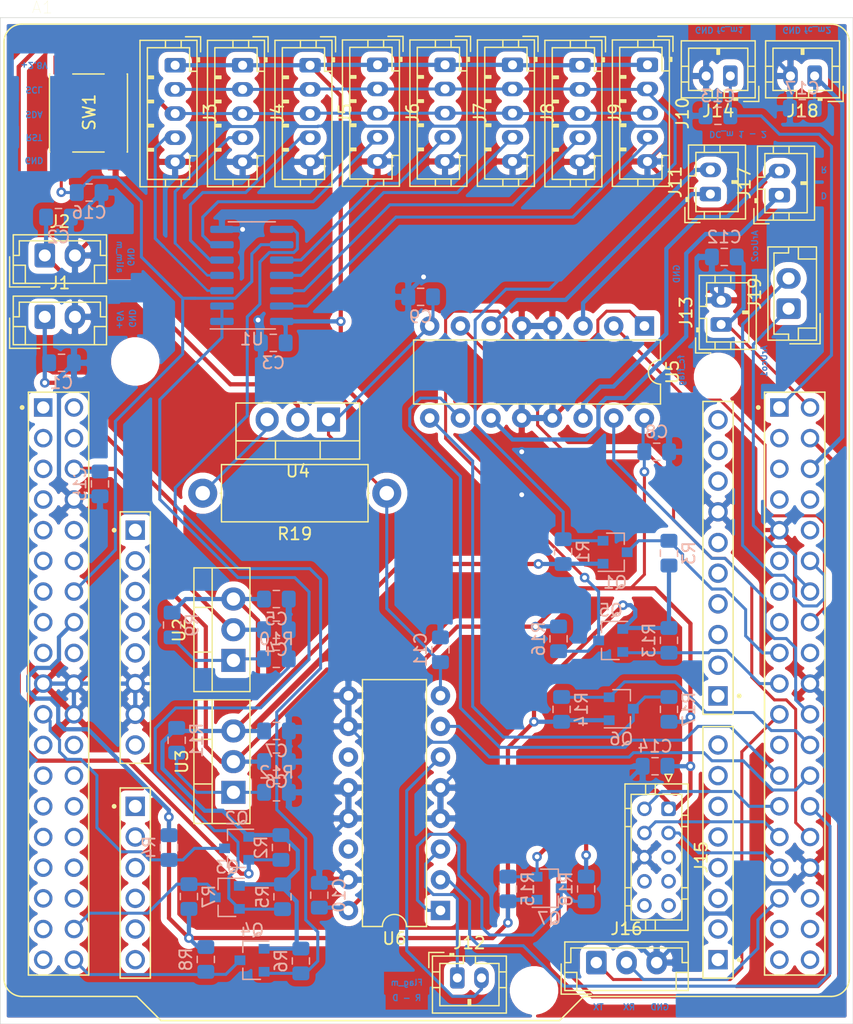
<source format=kicad_pcb>
(kicad_pcb (version 20171130) (host pcbnew 5.1.6)
  (layers (0 F.Cu signal) (31 B.Cu signal) (34 B.Paste user hide) (35 F.Paste user hide) (36 B.SilkS user) (37 F.SilkS user) (38 B.Mask user hide) (39 F.Mask user hide) (44 Edge.Cuts user))
  (net 0 "")
  (net 1 +5V)
  (net 2 GND)
  (net 3 /F4/NRST)
  (net 4 +3V3)
  (net 5 /LevelShifter_ToF_I2C/I2C_SDA_STM32)
  (net 6 /LevelShifter_ShiftRegister/STM32_DSAB)
  (net 7 /LevelShifter_ShiftRegister/STM32_CP)
  (net 8 /FinDeCourse_drapeau/STM32_GPIO)
  (net 9 /F4/drapeau_PWM)
  (net 10 /LevelShifter_ToF_I2C/I2C_SCL_STM32)
  (net 11 /UART_comm_f3/TX)
  (net 12 /Driver_moteurs/drapeau_sens_inverse)
  (net 13 /pixy/SPI_MISO)
  (net 14 /Driver_moteurs/drapeau_sens_direct)
  (net 15 /pixy/SPI_CLK)
  (net 16 /pixy/SPI_MOSI)
  (net 17 /UART_comm_f3/RX)
  (net 18 +2V8)
  (net 19 +6V)
  (net 20 ALIM_MOTEURS)
  (net 21 /ShiftRegister/Reset_ToF_0)
  (net 22 /LevelShifter_ToF_I2C/I2C_SDA_ToF)
  (net 23 /LevelShifter_ToF_I2C/I2C_SCL_ToF)
  (net 24 /ShiftRegister/Reset_ToF_1)
  (net 25 /ShiftRegister/Reset_ToF_2)
  (net 26 /ShiftRegister/Reset_ToF_3)
  (net 27 /ShiftRegister/Reset_ToF_4)
  (net 28 /ShiftRegister/Reset_ToF_5)
  (net 29 /ShiftRegister/Reset_ToF_6)
  (net 30 /ShiftRegister/Reset_ToF_7)
  (net 31 /Driver_moteurs/moteur2_pin2)
  (net 32 /Driver_moteurs/moteur1_pin1)
  (net 33 /Driver_moteurs/moteur2_pin1)
  (net 34 /Driver_moteurs/moteur1_pin2)
  (net 35 /LevelShifter_ShiftRegister/ShiftRegister_DSAB)
  (net 36 /LevelShifter_ShiftRegister/ShiftRegister_CP)
  (net 37 "Net-(R10-Pad2)")
  (net 38 /F4/bras1_PWM)
  (net 39 /Driver_moteurs/PWM_bras2)
  (net 40 /Driver_moteurs/PWM_drapeau)
  (net 41 /Driver_moteurs/PWM_bras1)
  (net 42 /Driver_moteurs/bras2_sens_inverse)
  (net 43 /Driver_moteurs/bras1_sens_inverse)
  (net 44 /Driver_moteurs/bras2_sens_direct)
  (net 45 /Driver_moteurs/bras1_sens_direct)
  (net 46 /Driver_moteurs/moteur3_pin2)
  (net 47 /Driver_moteurs/moteur3_pin1)
  (net 48 "Net-(C11-Pad2)")
  (net 49 "Net-(R11-Pad1)")
  (net 50 "Net-(R19-Pad2)")
  (net 51 /F4/bras2_PWM)
  (net 52 /ArU.sch/ArUco1)
  (net 53 /ArU.sch/ArUco2)
  (net 54 /FinDeCourse_bras2/STM32_GPIO)
  (net 55 /FinDeCourse_bras1/STM32_GPIO)
  (module NUCLEO_F401RE:ST_NUCLEO-F401RE (layer F.Cu) (at 103.886 111.887)
    (fp_text reference A1 (at -31.825 -42.635) (layer F.SilkS) (effects (font (thickness 0.015))))
    (fp_text value NUCLEO-F401RE)
    (pad None np_thru_hole circle (at -24.13 -13.32) (size 3 3) (drill 3) (layers *.Cu *.Mask))
    (pad None np_thru_hole circle (at 24.13 -12.05) (size 3 3) (drill 3) (layers *.Cu *.Mask))
    (pad None np_thru_hole circle (at 8.89 38.75) (size 3 3) (drill 3) (layers *.Cu *.Mask))
    (pad CN5_10 thru_hole circle (at 24.13 -8.49) (size 1.605 1.605) (drill 1.07) (layers *.Cu *.Mask))
    (pad CN5_9 thru_hole circle (at 24.13 -5.95) (size 1.605 1.605) (drill 1.07) (layers *.Cu *.Mask))
    (pad CN5_8 thru_hole circle (at 24.13 -3.41) (size 1.605 1.605) (drill 1.07) (layers *.Cu *.Mask))
    (pad CN5_7 thru_hole circle (at 24.13 -0.87) (size 1.605 1.605) (drill 1.07) (layers *.Cu *.Mask) (net 2 GND))
    (pad CN5_6 thru_hole circle (at 24.13 1.67) (size 1.605 1.605) (drill 1.07) (layers *.Cu *.Mask))
    (pad CN5_5 thru_hole circle (at 24.13 4.21) (size 1.605 1.605) (drill 1.07) (layers *.Cu *.Mask))
    (pad CN5_4 thru_hole circle (at 24.13 6.75) (size 1.605 1.605) (drill 1.07) (layers *.Cu *.Mask))
    (pad CN5_3 thru_hole circle (at 24.13 9.29) (size 1.605 1.605) (drill 1.07) (layers *.Cu *.Mask))
    (pad CN5_2 thru_hole circle (at 24.13 11.83) (size 1.605 1.605) (drill 1.07) (layers *.Cu *.Mask))
    (pad CN5_1 thru_hole rect (at 24.13 14.37) (size 1.605 1.605) (drill 1.07) (layers *.Cu *.Mask))
    (pad CN8_6 thru_hole circle (at -24.13 36.21) (size 1.605 1.605) (drill 1.07) (layers *.Cu *.Mask))
    (pad CN8_5 thru_hole circle (at -24.13 33.67) (size 1.605 1.605) (drill 1.07) (layers *.Cu *.Mask))
    (pad CN8_4 thru_hole circle (at -24.13 31.13) (size 1.605 1.605) (drill 1.07) (layers *.Cu *.Mask))
    (pad CN8_3 thru_hole circle (at -24.13 28.59) (size 1.605 1.605) (drill 1.07) (layers *.Cu *.Mask))
    (pad CN8_2 thru_hole circle (at -24.13 26.05) (size 1.605 1.605) (drill 1.07) (layers *.Cu *.Mask))
    (pad CN8_1 thru_hole rect (at -24.13 23.51) (size 1.605 1.605) (drill 1.07) (layers *.Cu *.Mask))
    (pad CN9_8 thru_hole circle (at 24.13 18.43) (size 1.605 1.605) (drill 1.07) (layers *.Cu *.Mask))
    (pad CN9_7 thru_hole circle (at 24.13 20.97) (size 1.605 1.605) (drill 1.07) (layers *.Cu *.Mask))
    (pad CN9_6 thru_hole circle (at 24.13 23.51) (size 1.605 1.605) (drill 1.07) (layers *.Cu *.Mask))
    (pad CN9_5 thru_hole circle (at 24.13 26.05) (size 1.605 1.605) (drill 1.07) (layers *.Cu *.Mask))
    (pad CN9_4 thru_hole circle (at 24.13 28.59) (size 1.605 1.605) (drill 1.07) (layers *.Cu *.Mask))
    (pad CN9_3 thru_hole circle (at 24.13 31.13) (size 1.605 1.605) (drill 1.07) (layers *.Cu *.Mask))
    (pad CN9_2 thru_hole circle (at 24.13 33.67) (size 1.605 1.605) (drill 1.07) (layers *.Cu *.Mask))
    (pad CN9_1 thru_hole rect (at 24.13 36.21) (size 1.605 1.605) (drill 1.07) (layers *.Cu *.Mask))
    (pad CN6_8 thru_hole circle (at -24.13 18.43) (size 1.605 1.605) (drill 1.07) (layers *.Cu *.Mask))
    (pad CN6_7 thru_hole circle (at -24.13 15.89) (size 1.605 1.605) (drill 1.07) (layers *.Cu *.Mask) (net 2 GND))
    (pad CN6_6 thru_hole circle (at -24.13 13.35) (size 1.605 1.605) (drill 1.07) (layers *.Cu *.Mask) (net 2 GND))
    (pad CN6_5 thru_hole circle (at -24.13 10.81) (size 1.605 1.605) (drill 1.07) (layers *.Cu *.Mask))
    (pad CN6_4 thru_hole circle (at -24.13 8.27) (size 1.605 1.605) (drill 1.07) (layers *.Cu *.Mask))
    (pad CN6_3 thru_hole circle (at -24.13 5.73) (size 1.605 1.605) (drill 1.07) (layers *.Cu *.Mask))
    (pad CN6_2 thru_hole circle (at -24.13 3.19) (size 1.605 1.605) (drill 1.07) (layers *.Cu *.Mask))
    (pad CN6_1 thru_hole rect (at -24.13 0.65) (size 1.605 1.605) (drill 1.07) (layers *.Cu *.Mask))
    (pad CN10_38 thru_hole circle (at 31.75 36.21) (size 1.53 1.53) (drill 1.02) (layers *.Cu *.Mask))
    (pad CN10_36 thru_hole circle (at 31.75 33.67) (size 1.53 1.53) (drill 1.02) (layers *.Cu *.Mask))
    (pad CN10_35 thru_hole circle (at 29.21 33.67) (size 1.53 1.53) (drill 1.02) (layers *.Cu *.Mask))
    (pad CN10_34 thru_hole circle (at 31.75 31.13) (size 1.53 1.53) (drill 1.02) (layers *.Cu *.Mask))
    (pad CN10_33 thru_hole circle (at 29.21 31.13) (size 1.53 1.53) (drill 1.02) (layers *.Cu *.Mask) (net 17 /UART_comm_f3/RX))
    (pad CN10_32 thru_hole circle (at 31.75 28.59) (size 1.53 1.53) (drill 1.02) (layers *.Cu *.Mask) (net 2 GND))
    (pad CN10_31 thru_hole circle (at 29.21 28.59) (size 1.53 1.53) (drill 1.02) (layers *.Cu *.Mask) (net 16 /pixy/SPI_MOSI))
    (pad CN10_30 thru_hole circle (at 31.75 26.05) (size 1.53 1.53) (drill 1.02) (layers *.Cu *.Mask) (net 43 /Driver_moteurs/bras1_sens_inverse))
    (pad CN10_29 thru_hole circle (at 29.21 26.05) (size 1.53 1.53) (drill 1.02) (layers *.Cu *.Mask) (net 15 /pixy/SPI_CLK))
    (pad CN10_28 thru_hole circle (at 31.75 23.51) (size 1.53 1.53) (drill 1.02) (layers *.Cu *.Mask) (net 14 /Driver_moteurs/drapeau_sens_direct))
    (pad CN10_27 thru_hole circle (at 29.21 23.51) (size 1.53 1.53) (drill 1.02) (layers *.Cu *.Mask) (net 13 /pixy/SPI_MISO))
    (pad CN10_26 thru_hole circle (at 31.75 20.97) (size 1.53 1.53) (drill 1.02) (layers *.Cu *.Mask) (net 12 /Driver_moteurs/drapeau_sens_inverse))
    (pad CN10_25 thru_hole circle (at 29.21 20.97) (size 1.53 1.53) (drill 1.02) (layers *.Cu *.Mask) (net 44 /Driver_moteurs/bras2_sens_direct))
    (pad CN10_24 thru_hole circle (at 31.75 18.43) (size 1.53 1.53) (drill 1.02) (layers *.Cu *.Mask) (net 51 /F4/bras2_PWM))
    (pad CN10_23 thru_hole circle (at 29.21 18.43) (size 1.53 1.53) (drill 1.02) (layers *.Cu *.Mask))
    (pad CN10_22 thru_hole circle (at 31.75 15.89) (size 1.53 1.53) (drill 1.02) (layers *.Cu *.Mask) (net 42 /Driver_moteurs/bras2_sens_inverse))
    (pad CN10_21 thru_hole circle (at 29.21 15.89) (size 1.53 1.53) (drill 1.02) (layers *.Cu *.Mask) (net 11 /UART_comm_f3/TX))
    (pad CN10_20 thru_hole circle (at 31.75 13.35) (size 1.53 1.53) (drill 1.02) (layers *.Cu *.Mask) (net 2 GND))
    (pad CN10_19 thru_hole circle (at 29.21 13.35) (size 1.53 1.53) (drill 1.02) (layers *.Cu *.Mask) (net 38 /F4/bras1_PWM))
    (pad CN10_18 thru_hole circle (at 31.75 10.81) (size 1.53 1.53) (drill 1.02) (layers *.Cu *.Mask))
    (pad CN10_17 thru_hole circle (at 29.21 10.81) (size 1.53 1.53) (drill 1.02) (layers *.Cu *.Mask) (net 10 /LevelShifter_ToF_I2C/I2C_SCL_STM32))
    (pad CN10_16 thru_hole circle (at 31.75 8.27) (size 1.53 1.53) (drill 1.02) (layers *.Cu *.Mask) (net 45 /Driver_moteurs/bras1_sens_direct))
    (pad CN10_15 thru_hole circle (at 29.21 8.27) (size 1.53 1.53) (drill 1.02) (layers *.Cu *.Mask))
    (pad CN10_14 thru_hole circle (at 31.75 5.73) (size 1.53 1.53) (drill 1.02) (layers *.Cu *.Mask) (net 52 /ArU.sch/ArUco1))
    (pad CN10_13 thru_hole circle (at 29.21 5.73) (size 1.53 1.53) (drill 1.02) (layers *.Cu *.Mask))
    (pad CN10_12 thru_hole circle (at 31.75 3.19) (size 1.53 1.53) (drill 1.02) (layers *.Cu *.Mask) (net 53 /ArU.sch/ArUco2))
    (pad CN10_11 thru_hole circle (at 29.21 3.19) (size 1.53 1.53) (drill 1.02) (layers *.Cu *.Mask))
    (pad CN10_10 thru_hole circle (at 31.75 0.65) (size 1.53 1.53) (drill 1.02) (layers *.Cu *.Mask))
    (pad CN10_9 thru_hole circle (at 29.21 0.65) (size 1.53 1.53) (drill 1.02) (layers *.Cu *.Mask) (net 2 GND))
    (pad CN10_8 thru_hole circle (at 31.75 -1.89) (size 1.53 1.53) (drill 1.02) (layers *.Cu *.Mask))
    (pad CN10_7 thru_hole circle (at 29.21 -1.89) (size 1.53 1.53) (drill 1.02) (layers *.Cu *.Mask))
    (pad CN10_6 thru_hole circle (at 31.75 -4.43) (size 1.53 1.53) (drill 1.02) (layers *.Cu *.Mask) (net 54 /FinDeCourse_bras2/STM32_GPIO))
    (pad CN10_5 thru_hole circle (at 29.21 -4.43) (size 1.53 1.53) (drill 1.02) (layers *.Cu *.Mask))
    (pad CN10_4 thru_hole circle (at 31.75 -6.97) (size 1.53 1.53) (drill 1.02) (layers *.Cu *.Mask) (net 9 /F4/drapeau_PWM))
    (pad CN10_3 thru_hole circle (at 29.21 -6.97) (size 1.53 1.53) (drill 1.02) (layers *.Cu *.Mask))
    (pad CN10_2 thru_hole circle (at 31.75 -9.51) (size 1.53 1.53) (drill 1.02) (layers *.Cu *.Mask) (net 8 /FinDeCourse_drapeau/STM32_GPIO))
    (pad CN10_37 thru_hole circle (at 29.21 36.21) (size 1.53 1.53) (drill 1.02) (layers *.Cu *.Mask))
    (pad CN10_1 thru_hole rect (at 29.21 -9.51) (size 1.53 1.53) (drill 1.02) (layers *.Cu *.Mask) (net 55 /FinDeCourse_bras1/STM32_GPIO))
    (pad CN7_38 thru_hole circle (at -29.21 36.21) (size 1.53 1.53) (drill 1.02) (layers *.Cu *.Mask) (net 7 /LevelShifter_ShiftRegister/STM32_CP))
    (pad CN7_36 thru_hole circle (at -29.21 33.67) (size 1.53 1.53) (drill 1.02) (layers *.Cu *.Mask) (net 6 /LevelShifter_ShiftRegister/STM32_DSAB))
    (pad CN7_35 thru_hole circle (at -31.75 33.67) (size 1.53 1.53) (drill 1.02) (layers *.Cu *.Mask))
    (pad CN7_34 thru_hole circle (at -29.21 31.13) (size 1.53 1.53) (drill 1.02) (layers *.Cu *.Mask))
    (pad CN7_33 thru_hole circle (at -31.75 31.13) (size 1.53 1.53) (drill 1.02) (layers *.Cu *.Mask))
    (pad CN7_32 thru_hole circle (at -29.21 28.59) (size 1.53 1.53) (drill 1.02) (layers *.Cu *.Mask))
    (pad CN7_31 thru_hole circle (at -31.75 28.59) (size 1.53 1.53) (drill 1.02) (layers *.Cu *.Mask))
    (pad CN7_30 thru_hole circle (at -29.21 26.05) (size 1.53 1.53) (drill 1.02) (layers *.Cu *.Mask))
    (pad CN7_29 thru_hole circle (at -31.75 26.05) (size 1.53 1.53) (drill 1.02) (layers *.Cu *.Mask))
    (pad CN7_28 thru_hole circle (at -29.21 23.51) (size 1.53 1.53) (drill 1.02) (layers *.Cu *.Mask))
    (pad CN7_27 thru_hole circle (at -31.75 23.51) (size 1.53 1.53) (drill 1.02) (layers *.Cu *.Mask))
    (pad CN7_26 thru_hole circle (at -29.21 20.97) (size 1.53 1.53) (drill 1.02) (layers *.Cu *.Mask))
    (pad CN7_25 thru_hole circle (at -31.75 20.97) (size 1.53 1.53) (drill 1.02) (layers *.Cu *.Mask))
    (pad CN7_24 thru_hole circle (at -29.21 18.43) (size 1.53 1.53) (drill 1.02) (layers *.Cu *.Mask))
    (pad CN7_23 thru_hole circle (at -31.75 18.43) (size 1.53 1.53) (drill 1.02) (layers *.Cu *.Mask))
    (pad CN7_22 thru_hole circle (at -29.21 15.89) (size 1.53 1.53) (drill 1.02) (layers *.Cu *.Mask) (net 2 GND))
    (pad CN7_21 thru_hole circle (at -31.75 15.89) (size 1.53 1.53) (drill 1.02) (layers *.Cu *.Mask) (net 5 /LevelShifter_ToF_I2C/I2C_SDA_STM32))
    (pad CN7_20 thru_hole circle (at -29.21 13.35) (size 1.53 1.53) (drill 1.02) (layers *.Cu *.Mask) (net 2 GND))
    (pad CN7_19 thru_hole circle (at -31.75 13.35) (size 1.53 1.53) (drill 1.02) (layers *.Cu *.Mask) (net 2 GND))
    (pad CN7_18 thru_hole circle (at -29.21 10.81) (size 1.53 1.53) (drill 1.02) (layers *.Cu *.Mask))
    (pad CN7_17 thru_hole circle (at -31.75 10.81) (size 1.53 1.53) (drill 1.02) (layers *.Cu *.Mask))
    (pad CN7_16 thru_hole circle (at -29.21 8.27) (size 1.53 1.53) (drill 1.02) (layers *.Cu *.Mask) (net 4 +3V3))
    (pad CN7_15 thru_hole circle (at -31.75 8.27) (size 1.53 1.53) (drill 1.02) (layers *.Cu *.Mask))
    (pad CN7_14 thru_hole circle (at -29.21 5.73) (size 1.53 1.53) (drill 1.02) (layers *.Cu *.Mask) (net 3 /F4/NRST))
    (pad CN7_13 thru_hole circle (at -31.75 5.73) (size 1.53 1.53) (drill 1.02) (layers *.Cu *.Mask))
    (pad CN7_12 thru_hole circle (at -29.21 3.19) (size 1.53 1.53) (drill 1.02) (layers *.Cu *.Mask))
    (pad CN7_11 thru_hole circle (at -31.75 3.19) (size 1.53 1.53) (drill 1.02) (layers *.Cu *.Mask))
    (pad CN7_10 thru_hole circle (at -29.21 0.65) (size 1.53 1.53) (drill 1.02) (layers *.Cu *.Mask))
    (pad CN7_9 thru_hole circle (at -31.75 0.65) (size 1.53 1.53) (drill 1.02) (layers *.Cu *.Mask))
    (pad CN7_8 thru_hole circle (at -29.21 -1.89) (size 1.53 1.53) (drill 1.02) (layers *.Cu *.Mask) (net 2 GND))
    (pad CN7_7 thru_hole circle (at -31.75 -1.89) (size 1.53 1.53) (drill 1.02) (layers *.Cu *.Mask))
    (pad CN7_6 thru_hole circle (at -29.21 -4.43) (size 1.53 1.53) (drill 1.02) (layers *.Cu *.Mask) (net 1 +5V))
    (pad CN7_5 thru_hole circle (at -31.75 -4.43) (size 1.53 1.53) (drill 1.02) (layers *.Cu *.Mask))
    (pad CN7_4 thru_hole circle (at -29.21 -6.97) (size 1.53 1.53) (drill 1.02) (layers *.Cu *.Mask))
    (pad CN7_3 thru_hole circle (at -31.75 -6.97) (size 1.53 1.53) (drill 1.02) (layers *.Cu *.Mask))
    (pad CN7_2 thru_hole circle (at -29.21 -9.51) (size 1.53 1.53) (drill 1.02) (layers *.Cu *.Mask))
    (pad CN7_37 thru_hole circle (at -31.75 36.21) (size 1.53 1.53) (drill 1.02) (layers *.Cu *.Mask))
    (pad CN7_1 thru_hole rect (at -31.75 -9.51) (size 1.53 1.53) (drill 1.02) (layers *.Cu *.Mask))
  )
  (module Package_DIP:DIP-16_W7.62mm (layer F.Cu) (at 105.029 144.018 180)
    (fp_text reference U6 (at 3.81 -2.33) (layer F.SilkS))
    (fp_text value L293D)
    (pad 1 thru_hole rect (at 0 0 180) (size 1.6 1.6) (drill 0.8) (layers *.Cu *.Mask) (net 40 /Driver_moteurs/PWM_drapeau))
    (pad 9 thru_hole oval (at 7.62 17.78 180) (size 1.6 1.6) (drill 0.8) (layers *.Cu *.Mask) (net 2 GND))
    (pad 2 thru_hole oval (at 0 2.54 180) (size 1.6 1.6) (drill 0.8) (layers *.Cu *.Mask) (net 14 /Driver_moteurs/drapeau_sens_direct))
    (pad 10 thru_hole oval (at 7.62 15.24 180) (size 1.6 1.6) (drill 0.8) (layers *.Cu *.Mask) (net 2 GND))
    (pad 3 thru_hole oval (at 0 5.08 180) (size 1.6 1.6) (drill 0.8) (layers *.Cu *.Mask) (net 47 /Driver_moteurs/moteur3_pin1))
    (pad 11 thru_hole oval (at 7.62 12.7 180) (size 1.6 1.6) (drill 0.8) (layers *.Cu *.Mask))
    (pad 4 thru_hole oval (at 0 7.62 180) (size 1.6 1.6) (drill 0.8) (layers *.Cu *.Mask) (net 2 GND))
    (pad 12 thru_hole oval (at 7.62 10.16 180) (size 1.6 1.6) (drill 0.8) (layers *.Cu *.Mask) (net 2 GND))
    (pad 5 thru_hole oval (at 0 10.16 180) (size 1.6 1.6) (drill 0.8) (layers *.Cu *.Mask) (net 2 GND))
    (pad 13 thru_hole oval (at 7.62 7.62 180) (size 1.6 1.6) (drill 0.8) (layers *.Cu *.Mask) (net 2 GND))
    (pad 6 thru_hole oval (at 0 12.7 180) (size 1.6 1.6) (drill 0.8) (layers *.Cu *.Mask) (net 46 /Driver_moteurs/moteur3_pin2))
    (pad 14 thru_hole oval (at 7.62 5.08 180) (size 1.6 1.6) (drill 0.8) (layers *.Cu *.Mask))
    (pad 7 thru_hole oval (at 0 15.24 180) (size 1.6 1.6) (drill 0.8) (layers *.Cu *.Mask) (net 12 /Driver_moteurs/drapeau_sens_inverse))
    (pad 15 thru_hole oval (at 7.62 2.54 180) (size 1.6 1.6) (drill 0.8) (layers *.Cu *.Mask) (net 2 GND))
    (pad 8 thru_hole oval (at 0 17.78 180) (size 1.6 1.6) (drill 0.8) (layers *.Cu *.Mask) (net 48 "Net-(C11-Pad2)"))
    (pad 16 thru_hole oval (at 7.62 0 180) (size 1.6 1.6) (drill 0.8) (layers *.Cu *.Mask) (net 1 +5V))
  )
  (module Package_DIP:DIP-16_W7.62mm (layer F.Cu) (at 121.92 95.631 270)
    (fp_text reference U5 (at 3.81 -2.33 90) (layer F.SilkS))
    (fp_text value L293D)
    (pad 1 thru_hole rect (at 0 0 270) (size 1.6 1.6) (drill 0.8) (layers *.Cu *.Mask) (net 41 /Driver_moteurs/PWM_bras1))
    (pad 9 thru_hole oval (at 7.62 17.78 270) (size 1.6 1.6) (drill 0.8) (layers *.Cu *.Mask) (net 39 /Driver_moteurs/PWM_bras2))
    (pad 2 thru_hole oval (at 0 2.54 270) (size 1.6 1.6) (drill 0.8) (layers *.Cu *.Mask) (net 45 /Driver_moteurs/bras1_sens_direct))
    (pad 10 thru_hole oval (at 7.62 15.24 270) (size 1.6 1.6) (drill 0.8) (layers *.Cu *.Mask) (net 44 /Driver_moteurs/bras2_sens_direct))
    (pad 3 thru_hole oval (at 0 5.08 270) (size 1.6 1.6) (drill 0.8) (layers *.Cu *.Mask) (net 32 /Driver_moteurs/moteur1_pin1))
    (pad 11 thru_hole oval (at 7.62 12.7 270) (size 1.6 1.6) (drill 0.8) (layers *.Cu *.Mask) (net 33 /Driver_moteurs/moteur2_pin1))
    (pad 4 thru_hole oval (at 0 7.62 270) (size 1.6 1.6) (drill 0.8) (layers *.Cu *.Mask) (net 2 GND))
    (pad 12 thru_hole oval (at 7.62 10.16 270) (size 1.6 1.6) (drill 0.8) (layers *.Cu *.Mask) (net 2 GND))
    (pad 5 thru_hole oval (at 0 10.16 270) (size 1.6 1.6) (drill 0.8) (layers *.Cu *.Mask) (net 2 GND))
    (pad 13 thru_hole oval (at 7.62 7.62 270) (size 1.6 1.6) (drill 0.8) (layers *.Cu *.Mask) (net 2 GND))
    (pad 6 thru_hole oval (at 0 12.7 270) (size 1.6 1.6) (drill 0.8) (layers *.Cu *.Mask) (net 34 /Driver_moteurs/moteur1_pin2))
    (pad 14 thru_hole oval (at 7.62 5.08 270) (size 1.6 1.6) (drill 0.8) (layers *.Cu *.Mask) (net 31 /Driver_moteurs/moteur2_pin2))
    (pad 7 thru_hole oval (at 0 15.24 270) (size 1.6 1.6) (drill 0.8) (layers *.Cu *.Mask) (net 43 /Driver_moteurs/bras1_sens_inverse))
    (pad 15 thru_hole oval (at 7.62 2.54 270) (size 1.6 1.6) (drill 0.8) (layers *.Cu *.Mask) (net 42 /Driver_moteurs/bras2_sens_inverse))
    (pad 8 thru_hole oval (at 0 17.78 270) (size 1.6 1.6) (drill 0.8) (layers *.Cu *.Mask) (net 48 "Net-(C11-Pad2)"))
    (pad 16 thru_hole oval (at 7.62 0 270) (size 1.6 1.6) (drill 0.8) (layers *.Cu *.Mask) (net 1 +5V))
  )
  (module Connector_JST:JST_PH_B5B-PH-K_1x05_P2.00mm_Vertical (layer F.Cu) (at 99.822 74.01 270)
    (fp_text reference J6 (at 4 -2.9 90) (layer F.SilkS))
    (fp_text value ToF)
    (pad 5 thru_hole oval (at 8 0 270) (size 1.2 1.75) (drill 0.75) (layers *.Cu *.Mask) (net 2 GND))
    (pad 4 thru_hole oval (at 6 0 270) (size 1.2 1.75) (drill 0.75) (layers *.Cu *.Mask) (net 26 /ShiftRegister/Reset_ToF_3))
    (pad 3 thru_hole oval (at 4 0 270) (size 1.2 1.75) (drill 0.75) (layers *.Cu *.Mask) (net 22 /LevelShifter_ToF_I2C/I2C_SDA_ToF))
    (pad 2 thru_hole oval (at 2 0 270) (size 1.2 1.75) (drill 0.75) (layers *.Cu *.Mask) (net 23 /LevelShifter_ToF_I2C/I2C_SCL_ToF))
    (pad 1 thru_hole roundrect (at 0 0 270) (size 1.2 1.75) (drill 0.75) (layers *.Cu *.Mask) (roundrect_rratio 0.208333) (net 18 +2V8))
  )
  (module Package_TO_SOT_SMD:SOT-23 (layer B.Cu) (at 119.126 121.666 180)
    (fp_text reference Q5 (at 0 2.5) (layer B.SilkS) (effects (justify mirror)))
    (fp_text value BSS138)
    (pad 1 smd rect (at -1 0.95 180) (size 0.9 0.8) (layers B.Cu B.Paste B.Mask) (net 4 +3V3))
    (pad 2 smd rect (at -1 -0.95 180) (size 0.9 0.8) (layers B.Cu B.Paste B.Mask) (net 38 /F4/bras1_PWM))
    (pad 3 smd rect (at 1 0 180) (size 0.9 0.8) (layers B.Cu B.Paste B.Mask) (net 41 /Driver_moteurs/PWM_bras1))
  )
  (module Connector_JST:JST_EH_B2B-EH-A_1x02_P2.50mm_Vertical (layer F.Cu) (at 133.858 94.194 90)
    (fp_text reference J19 (at 1.25 -2.8 90) (layer F.SilkS))
    (fp_text value Conn_01x02)
    (pad 2 thru_hole oval (at 2.5 0 90) (size 1.7 2) (drill 1) (layers *.Cu *.Mask) (net 53 /ArU.sch/ArUco2))
    (pad 1 thru_hole roundrect (at 0 0 90) (size 1.7 2) (drill 1) (layers *.Cu *.Mask) (roundrect_rratio 0.147059) (net 52 /ArU.sch/ArUco1))
  )
  (module Connector_JST:JST_PH_B2B-PH-K_1x02_P2.00mm_Vertical (layer F.Cu) (at 136.017 74.93 180)
    (fp_text reference J18 (at 1 -2.9) (layer F.SilkS))
    (fp_text value butee)
    (pad 2 thru_hole oval (at 2 0 180) (size 1.2 1.75) (drill 0.75) (layers *.Cu *.Mask) (net 2 GND))
    (pad 1 thru_hole roundrect (at 0 0 180) (size 1.2 1.75) (drill 0.75) (layers *.Cu *.Mask) (roundrect_rratio 0.208333) (net 54 /FinDeCourse_bras2/STM32_GPIO))
  )
  (module Capacitor_SMD:C_0805_2012Metric_Pad1.15x1.40mm_HandSolder (layer B.Cu) (at 134.992 77.597 180)
    (fp_text reference C17 (at 0 1.65 180) (layer B.SilkS) (effects (justify mirror)))
    (fp_text value 100n)
    (pad 2 smd roundrect (at 1.025 0 180) (size 1.15 1.4) (layers B.Cu B.Paste B.Mask) (roundrect_rratio 0.217391) (net 2 GND))
    (pad 1 smd roundrect (at -1.025 0 180) (size 1.15 1.4) (layers B.Cu B.Paste B.Mask) (roundrect_rratio 0.217391) (net 54 /FinDeCourse_bras2/STM32_GPIO))
  )
  (module Resistor_SMD:R_0805_2012Metric_Pad1.15x1.40mm_HandSolder (layer B.Cu) (at 114.808 121.53 270)
    (fp_text reference R16 (at 0 1.65 90) (layer B.SilkS) (effects (justify mirror)))
    (fp_text value Pull)
    (pad 1 smd roundrect (at -1.025 0 270) (size 1.15 1.4) (layers B.Cu B.Paste B.Mask) (roundrect_rratio 0.217391) (net 1 +5V))
    (pad 2 smd roundrect (at 1.025 0 270) (size 1.15 1.4) (layers B.Cu B.Paste B.Mask) (roundrect_rratio 0.217391) (net 41 /Driver_moteurs/PWM_bras1))
  )
  (module Resistor_SMD:R_0805_2012Metric_Pad1.15x1.40mm_HandSolder (layer B.Cu) (at 123.952 121.657 270)
    (fp_text reference R13 (at 0 1.65 90) (layer B.SilkS) (effects (justify mirror)))
    (fp_text value Pull)
    (pad 1 smd roundrect (at -1.025 0 270) (size 1.15 1.4) (layers B.Cu B.Paste B.Mask) (roundrect_rratio 0.217391) (net 4 +3V3))
    (pad 2 smd roundrect (at 1.025 0 270) (size 1.15 1.4) (layers B.Cu B.Paste B.Mask) (roundrect_rratio 0.217391) (net 38 /F4/bras1_PWM))
  )
  (module Connector_JST:JST_PH_B2B-PH-K_1x02_P2.00mm_Vertical (layer F.Cu) (at 133.096 84.804 90)
    (fp_text reference J17 (at 1 -2.9 90) (layer F.SilkS))
    (fp_text value Moteur)
    (pad 1 thru_hole roundrect (at 0 0 90) (size 1.2 1.75) (drill 0.75) (layers *.Cu *.Mask) (roundrect_rratio 0.208333) (net 33 /Driver_moteurs/moteur2_pin1))
    (pad 2 thru_hole oval (at 2 0 90) (size 1.2 1.75) (drill 0.75) (layers *.Cu *.Mask) (net 31 /Driver_moteurs/moteur2_pin2))
  )
  (module Capacitor_SMD:C_0805_2012Metric_Pad1.15x1.40mm_HandSolder (layer B.Cu) (at 105.029 122.437 270)
    (fp_text reference C11 (at 0 1.65 90) (layer B.SilkS) (effects (justify mirror)))
    (fp_text value 100n)
    (pad 1 smd roundrect (at -1.025 0 270) (size 1.15 1.4) (layers B.Cu B.Paste B.Mask) (roundrect_rratio 0.217391) (net 2 GND))
    (pad 2 smd roundrect (at 1.025 0 270) (size 1.15 1.4) (layers B.Cu B.Paste B.Mask) (roundrect_rratio 0.217391) (net 48 "Net-(C11-Pad2)"))
  )
  (module Capacitor_SMD:C_0805_2012Metric_Pad1.15x1.40mm_HandSolder (layer B.Cu) (at 94.996 142.757 90)
    (fp_text reference C10 (at 0 1.65 90) (layer B.SilkS) (effects (justify mirror)))
    (fp_text value 100n)
    (pad 1 smd roundrect (at -1.025 0 90) (size 1.15 1.4) (layers B.Cu B.Paste B.Mask) (roundrect_rratio 0.217391) (net 1 +5V))
    (pad 2 smd roundrect (at 1.025 0 90) (size 1.15 1.4) (layers B.Cu B.Paste B.Mask) (roundrect_rratio 0.217391) (net 2 GND))
  )
  (module Connector_JST:JST_PH_B5B-PH-K_1x05_P2.00mm_Vertical (layer F.Cu) (at 88.646 74.042 270)
    (fp_text reference J4 (at 4 -2.9 90) (layer F.SilkS))
    (fp_text value ToF)
    (pad 5 thru_hole oval (at 8 0 270) (size 1.2 1.75) (drill 0.75) (layers *.Cu *.Mask) (net 2 GND))
    (pad 4 thru_hole oval (at 6 0 270) (size 1.2 1.75) (drill 0.75) (layers *.Cu *.Mask) (net 24 /ShiftRegister/Reset_ToF_1))
    (pad 3 thru_hole oval (at 4 0 270) (size 1.2 1.75) (drill 0.75) (layers *.Cu *.Mask) (net 22 /LevelShifter_ToF_I2C/I2C_SDA_ToF))
    (pad 2 thru_hole oval (at 2 0 270) (size 1.2 1.75) (drill 0.75) (layers *.Cu *.Mask) (net 23 /LevelShifter_ToF_I2C/I2C_SCL_ToF))
    (pad 1 thru_hole roundrect (at 0 0 270) (size 1.2 1.75) (drill 0.75) (layers *.Cu *.Mask) (roundrect_rratio 0.208333) (net 18 +2V8))
  )
  (module Connector_JST:JST_PHD_B10B-PHDSS_2x05_P2.00mm_Vertical (layer F.Cu) (at 123.92 135.605 270)
    (fp_text reference J15 (at 4 -2.7 90) (layer F.SilkS))
    (fp_text value Pixy)
    (pad 1 thru_hole roundrect (at 0 0 270) (size 1.2 1.2) (drill 0.75) (layers *.Cu *.Mask) (roundrect_rratio 0.208333) (net 1 +5V))
    (pad 3 thru_hole circle (at 2 0 270) (size 1.2 1.2) (drill 0.75) (layers *.Cu *.Mask) (net 16 /pixy/SPI_MOSI))
    (pad 5 thru_hole circle (at 4 0 270) (size 1.2 1.2) (drill 0.75) (layers *.Cu *.Mask))
    (pad 7 thru_hole circle (at 6 0 270) (size 1.2 1.2) (drill 0.75) (layers *.Cu *.Mask))
    (pad 9 thru_hole circle (at 8 0 270) (size 1.2 1.2) (drill 0.75) (layers *.Cu *.Mask))
    (pad 2 thru_hole circle (at 0 2 270) (size 1.2 1.2) (drill 0.75) (layers *.Cu *.Mask) (net 13 /pixy/SPI_MISO))
    (pad 4 thru_hole circle (at 2 2 270) (size 1.2 1.2) (drill 0.75) (layers *.Cu *.Mask) (net 15 /pixy/SPI_CLK))
    (pad 6 thru_hole circle (at 4 2 270) (size 1.2 1.2) (drill 0.75) (layers *.Cu *.Mask) (net 2 GND))
    (pad 8 thru_hole circle (at 6 2 270) (size 1.2 1.2) (drill 0.75) (layers *.Cu *.Mask))
    (pad 10 thru_hole circle (at 8 2 270) (size 1.2 1.2) (drill 0.75) (layers *.Cu *.Mask))
  )
  (module Capacitor_SMD:C_0805_2012Metric_Pad1.15x1.40mm_HandSolder (layer B.Cu) (at 122.8 132.08 180)
    (fp_text reference C14 (at 0 1.65) (layer B.SilkS) (effects (justify mirror)))
    (fp_text value 100n)
    (pad 1 smd roundrect (at -1.025 0 180) (size 1.15 1.4) (layers B.Cu B.Paste B.Mask) (roundrect_rratio 0.217391) (net 1 +5V))
    (pad 2 smd roundrect (at 1.025 0 180) (size 1.15 1.4) (layers B.Cu B.Paste B.Mask) (roundrect_rratio 0.217391) (net 2 GND))
  )
  (module Capacitor_SMD:C_0805_2012Metric_Pad1.15x1.40mm_HandSolder (layer B.Cu) (at 75.937 84.582)
    (fp_text reference C16 (at 0 1.65 180) (layer B.SilkS) (effects (justify mirror)))
    (fp_text value 100n)
    (pad 1 smd roundrect (at -1.025 0) (size 1.15 1.4) (layers B.Cu B.Paste B.Mask) (roundrect_rratio 0.217391) (net 3 /F4/NRST))
    (pad 2 smd roundrect (at 1.025 0) (size 1.15 1.4) (layers B.Cu B.Paste B.Mask) (roundrect_rratio 0.217391) (net 2 GND))
  )
  (module Button_Switch_SMD:SW_Push_1P1T_NO_6x6mm_H9.5mm (layer F.Cu) (at 75.88 77.9965 270)
    (fp_text reference SW1 (at -0.0635 -0.0635 90) (layer F.SilkS))
    (fp_text value SW_Push)
    (pad 2 smd rect (at -3.975 2.25 270) (size 1.55 1.3) (layers F.Cu F.Paste F.Mask) (net 3 /F4/NRST))
    (pad 1 smd rect (at -3.975 -2.25 270) (size 1.55 1.3) (layers F.Cu F.Paste F.Mask) (net 2 GND))
    (pad 1 smd rect (at 3.975 -2.25 270) (size 1.55 1.3) (layers F.Cu F.Paste F.Mask) (net 2 GND))
    (pad 2 smd rect (at 3.975 2.25 270) (size 1.55 1.3) (layers F.Cu F.Paste F.Mask) (net 3 /F4/NRST))
  )
  (module Connector_JST:JST_PH_B5B-PH-K_1x05_P2.00mm_Vertical (layer F.Cu) (at 105.41 74.01 270)
    (fp_text reference J7 (at 4 -2.9 90) (layer F.SilkS))
    (fp_text value ToF)
    (pad 5 thru_hole oval (at 8 0 270) (size 1.2 1.75) (drill 0.75) (layers *.Cu *.Mask) (net 2 GND))
    (pad 4 thru_hole oval (at 6 0 270) (size 1.2 1.75) (drill 0.75) (layers *.Cu *.Mask) (net 27 /ShiftRegister/Reset_ToF_4))
    (pad 3 thru_hole oval (at 4 0 270) (size 1.2 1.75) (drill 0.75) (layers *.Cu *.Mask) (net 22 /LevelShifter_ToF_I2C/I2C_SDA_ToF))
    (pad 2 thru_hole oval (at 2 0 270) (size 1.2 1.75) (drill 0.75) (layers *.Cu *.Mask) (net 23 /LevelShifter_ToF_I2C/I2C_SCL_ToF))
    (pad 1 thru_hole roundrect (at 0 0 270) (size 1.2 1.75) (drill 0.75) (layers *.Cu *.Mask) (roundrect_rratio 0.208333) (net 18 +2V8))
  )
  (module Package_TO_SOT_THT:TO-220-3_Vertical (layer F.Cu) (at 87.884 123.317 90)
    (fp_text reference U2 (at 2.5 -4.5 90) (layer F.SilkS))
    (fp_text value LM317_TO3)
    (pad 1 thru_hole rect (at 0 0 90) (size 1.905 2) (drill 1.1) (layers *.Cu *.Mask) (net 37 "Net-(R10-Pad2)"))
    (pad 2 thru_hole oval (at 2.54 0 90) (size 1.905 2) (drill 1.1) (layers *.Cu *.Mask) (net 19 +6V))
    (pad 3 thru_hole oval (at 5.08 0 90) (size 1.905 2) (drill 1.1) (layers *.Cu *.Mask) (net 1 +5V))
  )
  (module Package_TO_SOT_THT:TO-220-3_Vertical (layer F.Cu) (at 87.884 134.239 90)
    (fp_text reference U3 (at 2.54 -4.27 90) (layer F.SilkS))
    (fp_text value LM317_TO3)
    (pad 1 thru_hole rect (at 0 0 90) (size 1.905 2) (drill 1.1) (layers *.Cu *.Mask) (net 49 "Net-(R11-Pad1)"))
    (pad 2 thru_hole oval (at 2.54 0 90) (size 1.905 2) (drill 1.1) (layers *.Cu *.Mask) (net 1 +5V))
    (pad 3 thru_hole oval (at 5.08 0 90) (size 1.905 2) (drill 1.1) (layers *.Cu *.Mask) (net 18 +2V8))
  )
  (module Package_TO_SOT_THT:TO-220-3_Vertical (layer F.Cu) (at 95.758 103.378 180)
    (fp_text reference U4 (at 2.54 -4.27) (layer F.SilkS))
    (fp_text value LM317_TO3)
    (pad 3 thru_hole oval (at 5.08 0 180) (size 1.905 2) (drill 1.1) (layers *.Cu *.Mask) (net 50 "Net-(R19-Pad2)"))
    (pad 2 thru_hole oval (at 2.54 0 180) (size 1.905 2) (drill 1.1) (layers *.Cu *.Mask) (net 20 ALIM_MOTEURS))
    (pad 1 thru_hole rect (at 0 0 180) (size 1.905 2) (drill 1.1) (layers *.Cu *.Mask) (net 48 "Net-(C11-Pad2)"))
  )
  (module Package_SO:SOIC-14_3.9x8.7mm_P1.27mm (layer B.Cu) (at 89.408 91.44)
    (fp_text reference U1 (at 0 5.28) (layer B.SilkS) (effects (justify mirror)))
    (fp_text value 74HC164)
    (pad 14 smd roundrect (at 2.475 3.81) (size 1.95 0.6) (layers B.Cu B.Paste B.Mask) (net 18 +2V8))
    (pad 13 smd roundrect (at 2.475 2.54) (size 1.95 0.6) (layers B.Cu B.Paste B.Mask) (net 30 /ShiftRegister/Reset_ToF_7))
    (pad 12 smd roundrect (at 2.475 1.27) (size 1.95 0.6) (layers B.Cu B.Paste B.Mask) (net 29 /ShiftRegister/Reset_ToF_6))
    (pad 11 smd roundrect (at 2.475 0) (size 1.95 0.6) (layers B.Cu B.Paste B.Mask) (net 28 /ShiftRegister/Reset_ToF_5))
    (pad 10 smd roundrect (at 2.475 -1.27) (size 1.95 0.6) (layers B.Cu B.Paste B.Mask) (net 27 /ShiftRegister/Reset_ToF_4))
    (pad 9 smd roundrect (at 2.475 -2.54) (size 1.95 0.6) (layers B.Cu B.Paste B.Mask) (net 3 /F4/NRST))
    (pad 8 smd roundrect (at 2.475 -3.81) (size 1.95 0.6) (layers B.Cu B.Paste B.Mask) (net 36 /LevelShifter_ShiftRegister/ShiftRegister_CP))
    (pad 7 smd roundrect (at -2.475 -3.81) (size 1.95 0.6) (layers B.Cu B.Paste B.Mask) (net 2 GND))
    (pad 6 smd roundrect (at -2.475 -2.54) (size 1.95 0.6) (layers B.Cu B.Paste B.Mask) (net 26 /ShiftRegister/Reset_ToF_3))
    (pad 5 smd roundrect (at -2.475 -1.27) (size 1.95 0.6) (layers B.Cu B.Paste B.Mask) (net 25 /ShiftRegister/Reset_ToF_2))
    (pad 4 smd roundrect (at -2.475 0) (size 1.95 0.6) (layers B.Cu B.Paste B.Mask) (net 24 /ShiftRegister/Reset_ToF_1))
    (pad 3 smd roundrect (at -2.475 1.27) (size 1.95 0.6) (layers B.Cu B.Paste B.Mask) (net 21 /ShiftRegister/Reset_ToF_0))
    (pad 2 smd roundrect (at -2.475 2.54) (size 1.95 0.6) (layers B.Cu B.Paste B.Mask) (net 35 /LevelShifter_ShiftRegister/ShiftRegister_DSAB))
    (pad 1 smd roundrect (at -2.475 3.81) (size 1.95 0.6) (layers B.Cu B.Paste B.Mask) (net 35 /LevelShifter_ShiftRegister/ShiftRegister_DSAB))
  )
  (module Resistor_SMD:R_0805_2012Metric_Pad1.15x1.40mm_HandSolder (layer B.Cu) (at 91.44 123.19 180)
    (fp_text reference R10 (at 0 1.65) (layer B.SilkS) (effects (justify mirror)))
    (fp_text value 3k)
    (pad 1 smd roundrect (at -1.025 0 180) (size 1.15 1.4) (layers B.Cu B.Paste B.Mask) (roundrect_rratio 0.217391) (net 2 GND))
    (pad 2 smd roundrect (at 1.025 0 180) (size 1.15 1.4) (layers B.Cu B.Paste B.Mask) (roundrect_rratio 0.217391) (net 37 "Net-(R10-Pad2)"))
  )
  (module Resistor_SMD:R_0805_2012Metric_Pad1.15x1.40mm_HandSolder (layer B.Cu) (at 82.804 120.387 90)
    (fp_text reference R9 (at 0 1.65 90) (layer B.SilkS) (effects (justify mirror)))
    (fp_text value 1k)
    (pad 1 smd roundrect (at -1.025 0 90) (size 1.15 1.4) (layers B.Cu B.Paste B.Mask) (roundrect_rratio 0.217391) (net 37 "Net-(R10-Pad2)"))
    (pad 2 smd roundrect (at 1.025 0 90) (size 1.15 1.4) (layers B.Cu B.Paste B.Mask) (roundrect_rratio 0.217391) (net 1 +5V))
  )
  (module Resistor_THT:R_Axial_DIN0414_L11.9mm_D4.5mm_P15.24mm_Horizontal (layer F.Cu) (at 100.584 109.474 180)
    (fp_text reference R19 (at 7.62 -3.37) (layer F.SilkS))
    (fp_text value 1.2)
    (pad 2 thru_hole oval (at 15.24 0 180) (size 2.4 2.4) (drill 1.2) (layers *.Cu *.Mask) (net 50 "Net-(R19-Pad2)"))
    (pad 1 thru_hole circle (at 0 0 180) (size 2.4 2.4) (drill 1.2) (layers *.Cu *.Mask) (net 48 "Net-(C11-Pad2)"))
  )
  (module Resistor_SMD:R_0805_2012Metric_Pad1.15x1.40mm_HandSolder (layer B.Cu) (at 117.094 142.24 270)
    (fp_text reference R18 (at 0 1.65 270) (layer B.SilkS) (effects (justify mirror)))
    (fp_text value Pull)
    (pad 1 smd roundrect (at -1.025 0 270) (size 1.15 1.4) (layers B.Cu B.Paste B.Mask) (roundrect_rratio 0.217391) (net 1 +5V))
    (pad 2 smd roundrect (at 1.025 0 270) (size 1.15 1.4) (layers B.Cu B.Paste B.Mask) (roundrect_rratio 0.217391) (net 40 /Driver_moteurs/PWM_drapeau))
  )
  (module Resistor_SMD:R_0805_2012Metric_Pad1.15x1.40mm_HandSolder (layer B.Cu) (at 123.952 127.372 90)
    (fp_text reference R17 (at 0 1.65 270) (layer B.SilkS) (effects (justify mirror)))
    (fp_text value Pull)
    (pad 1 smd roundrect (at -1.025 0 90) (size 1.15 1.4) (layers B.Cu B.Paste B.Mask) (roundrect_rratio 0.217391) (net 1 +5V))
    (pad 2 smd roundrect (at 1.025 0 90) (size 1.15 1.4) (layers B.Cu B.Paste B.Mask) (roundrect_rratio 0.217391) (net 39 /Driver_moteurs/PWM_bras2))
  )
  (module Resistor_SMD:R_0805_2012Metric_Pad1.15x1.40mm_HandSolder (layer B.Cu) (at 110.617 142.24 90)
    (fp_text reference R15 (at 0 1.65 90) (layer B.SilkS) (effects (justify mirror)))
    (fp_text value Pull)
    (pad 1 smd roundrect (at -1.025 0 90) (size 1.15 1.4) (layers B.Cu B.Paste B.Mask) (roundrect_rratio 0.217391) (net 4 +3V3))
    (pad 2 smd roundrect (at 1.025 0 90) (size 1.15 1.4) (layers B.Cu B.Paste B.Mask) (roundrect_rratio 0.217391) (net 9 /F4/drapeau_PWM))
  )
  (module Resistor_SMD:R_0805_2012Metric_Pad1.15x1.40mm_HandSolder (layer B.Cu) (at 115.062 127.372 90)
    (fp_text reference R14 (at 0 1.65 90) (layer B.SilkS) (effects (justify mirror)))
    (fp_text value Pull)
    (pad 1 smd roundrect (at -1.025 0 90) (size 1.15 1.4) (layers B.Cu B.Paste B.Mask) (roundrect_rratio 0.217391) (net 4 +3V3))
    (pad 2 smd roundrect (at 1.025 0 90) (size 1.15 1.4) (layers B.Cu B.Paste B.Mask) (roundrect_rratio 0.217391) (net 51 /F4/bras2_PWM))
  )
  (module Resistor_SMD:R_0805_2012Metric_Pad1.15x1.40mm_HandSolder (layer B.Cu) (at 91.449 134.239 180)
    (fp_text reference R12 (at 0 1.65) (layer B.SilkS) (effects (justify mirror)))
    (fp_text value 300)
    (pad 1 smd roundrect (at -1.025 0 180) (size 1.15 1.4) (layers B.Cu B.Paste B.Mask) (roundrect_rratio 0.217391) (net 2 GND))
    (pad 2 smd roundrect (at 1.025 0 180) (size 1.15 1.4) (layers B.Cu B.Paste B.Mask) (roundrect_rratio 0.217391) (net 49 "Net-(R11-Pad1)"))
  )
  (module Resistor_SMD:R_0805_2012Metric_Pad1.15x1.40mm_HandSolder (layer B.Cu) (at 83.185 129.93 90)
    (fp_text reference R11 (at 0 1.65 90) (layer B.SilkS) (effects (justify mirror)))
    (fp_text value 240)
    (pad 1 smd roundrect (at -1.025 0 90) (size 1.15 1.4) (layers B.Cu B.Paste B.Mask) (roundrect_rratio 0.217391) (net 49 "Net-(R11-Pad1)"))
    (pad 2 smd roundrect (at 1.025 0 90) (size 1.15 1.4) (layers B.Cu B.Paste B.Mask) (roundrect_rratio 0.217391) (net 18 +2V8))
  )
  (module Resistor_SMD:R_0805_2012Metric_Pad1.15x1.40mm_HandSolder (layer B.Cu) (at 85.598 148.073 270)
    (fp_text reference R8 (at 0 1.65 270) (layer B.SilkS) (effects (justify mirror)))
    (fp_text value Pull)
    (pad 2 smd roundrect (at 1.025 0 270) (size 1.15 1.4) (layers B.Cu B.Paste B.Mask) (roundrect_rratio 0.217391) (net 7 /LevelShifter_ShiftRegister/STM32_CP))
    (pad 1 smd roundrect (at -1.025 0 270) (size 1.15 1.4) (layers B.Cu B.Paste B.Mask) (roundrect_rratio 0.217391) (net 4 +3V3))
  )
  (module Resistor_SMD:R_0805_2012Metric_Pad1.15x1.40mm_HandSolder (layer B.Cu) (at 84.201 142.866 90)
    (fp_text reference R7 (at 0 1.65 270) (layer B.SilkS) (effects (justify mirror)))
    (fp_text value Pull)
    (pad 2 smd roundrect (at 1.025 0 90) (size 1.15 1.4) (layers B.Cu B.Paste B.Mask) (roundrect_rratio 0.217391) (net 6 /LevelShifter_ShiftRegister/STM32_DSAB))
    (pad 1 smd roundrect (at -1.025 0 90) (size 1.15 1.4) (layers B.Cu B.Paste B.Mask) (roundrect_rratio 0.217391) (net 4 +3V3))
  )
  (module Resistor_SMD:R_0805_2012Metric_Pad1.15x1.40mm_HandSolder (layer B.Cu) (at 93.472 148.2 270)
    (fp_text reference R6 (at 0 1.65 270) (layer B.SilkS) (effects (justify mirror)))
    (fp_text value Pull)
    (pad 2 smd roundrect (at 1.025 0 270) (size 1.15 1.4) (layers B.Cu B.Paste B.Mask) (roundrect_rratio 0.217391) (net 36 /LevelShifter_ShiftRegister/ShiftRegister_CP))
    (pad 1 smd roundrect (at -1.025 0 270) (size 1.15 1.4) (layers B.Cu B.Paste B.Mask) (roundrect_rratio 0.217391) (net 18 +2V8))
  )
  (module Resistor_SMD:R_0805_2012Metric_Pad1.15x1.40mm_HandSolder (layer B.Cu) (at 91.948 142.884 270)
    (fp_text reference R5 (at 0 1.65 270) (layer B.SilkS) (effects (justify mirror)))
    (fp_text value Pull)
    (pad 2 smd roundrect (at 1.025 0 270) (size 1.15 1.4) (layers B.Cu B.Paste B.Mask) (roundrect_rratio 0.217391) (net 35 /LevelShifter_ShiftRegister/ShiftRegister_DSAB))
    (pad 1 smd roundrect (at -1.025 0 270) (size 1.15 1.4) (layers B.Cu B.Paste B.Mask) (roundrect_rratio 0.217391) (net 18 +2V8))
  )
  (module Resistor_SMD:R_0805_2012Metric_Pad1.15x1.40mm_HandSolder (layer B.Cu) (at 82.55 138.811 270)
    (fp_text reference R4 (at 0 1.65 270) (layer B.SilkS) (effects (justify mirror)))
    (fp_text value Pull)
    (pad 1 smd roundrect (at -1.025 0 270) (size 1.15 1.4) (layers B.Cu B.Paste B.Mask) (roundrect_rratio 0.217391) (net 4 +3V3))
    (pad 2 smd roundrect (at 1.025 0 270) (size 1.15 1.4) (layers B.Cu B.Paste B.Mask) (roundrect_rratio 0.217391) (net 5 /LevelShifter_ToF_I2C/I2C_SDA_STM32))
  )
  (module Resistor_SMD:R_0805_2012Metric_Pad1.15x1.40mm_HandSolder (layer B.Cu) (at 123.952 114.436 90)
    (fp_text reference R3 (at 0 1.65 270) (layer B.SilkS) (effects (justify mirror)))
    (fp_text value Pull)
    (pad 2 smd roundrect (at 1.025 0 90) (size 1.15 1.4) (layers B.Cu B.Paste B.Mask) (roundrect_rratio 0.217391) (net 10 /LevelShifter_ToF_I2C/I2C_SCL_STM32))
    (pad 1 smd roundrect (at -1.025 0 90) (size 1.15 1.4) (layers B.Cu B.Paste B.Mask) (roundrect_rratio 0.217391) (net 4 +3V3))
  )
  (module Resistor_SMD:R_0805_2012Metric_Pad1.15x1.40mm_HandSolder (layer B.Cu) (at 91.821 138.802 270)
    (fp_text reference R2 (at 0 1.65 270) (layer B.SilkS) (effects (justify mirror)))
    (fp_text value Pull)
    (pad 1 smd roundrect (at -1.025 0 270) (size 1.15 1.4) (layers B.Cu B.Paste B.Mask) (roundrect_rratio 0.217391) (net 18 +2V8))
    (pad 2 smd roundrect (at 1.025 0 270) (size 1.15 1.4) (layers B.Cu B.Paste B.Mask) (roundrect_rratio 0.217391) (net 22 /LevelShifter_ToF_I2C/I2C_SDA_ToF))
  )
  (module Resistor_SMD:R_0805_2012Metric_Pad1.15x1.40mm_HandSolder (layer B.Cu) (at 115.189 114.309 90)
    (fp_text reference R1 (at 0 1.65 270) (layer B.SilkS) (effects (justify mirror)))
    (fp_text value Pull)
    (pad 2 smd roundrect (at 1.025 0 90) (size 1.15 1.4) (layers B.Cu B.Paste B.Mask) (roundrect_rratio 0.217391) (net 23 /LevelShifter_ToF_I2C/I2C_SCL_ToF))
    (pad 1 smd roundrect (at -1.025 0 90) (size 1.15 1.4) (layers B.Cu B.Paste B.Mask) (roundrect_rratio 0.217391) (net 18 +2V8))
  )
  (module Package_TO_SOT_SMD:SOT-23 (layer B.Cu) (at 114.03 142.179)
    (fp_text reference Q7 (at 0 2.5 180) (layer B.SilkS) (effects (justify mirror)))
    (fp_text value BSS138)
    (pad 1 smd rect (at -1 0.95) (size 0.9 0.8) (layers B.Cu B.Paste B.Mask) (net 4 +3V3))
    (pad 2 smd rect (at -1 -0.95) (size 0.9 0.8) (layers B.Cu B.Paste B.Mask) (net 9 /F4/drapeau_PWM))
    (pad 3 smd rect (at 1 0) (size 0.9 0.8) (layers B.Cu B.Paste B.Mask) (net 40 /Driver_moteurs/PWM_drapeau))
  )
  (module Package_TO_SOT_SMD:SOT-23 (layer B.Cu) (at 119.999 127.32)
    (fp_text reference Q6 (at 0 2.5 180) (layer B.SilkS) (effects (justify mirror)))
    (fp_text value BSS138)
    (pad 1 smd rect (at -1 0.95) (size 0.9 0.8) (layers B.Cu B.Paste B.Mask) (net 4 +3V3))
    (pad 2 smd rect (at -1 -0.95) (size 0.9 0.8) (layers B.Cu B.Paste B.Mask) (net 51 /F4/bras2_PWM))
    (pad 3 smd rect (at 1 0) (size 0.9 0.8) (layers B.Cu B.Paste B.Mask) (net 39 /Driver_moteurs/PWM_bras2))
  )
  (module Package_TO_SOT_SMD:SOT-23 (layer B.Cu) (at 89.424 148.143 180)
    (fp_text reference Q4 (at 0 2.5) (layer B.SilkS) (effects (justify mirror)))
    (fp_text value BSS138)
    (pad 1 smd rect (at -1 0.95 180) (size 0.9 0.8) (layers B.Cu B.Paste B.Mask) (net 18 +2V8))
    (pad 2 smd rect (at -1 -0.95 180) (size 0.9 0.8) (layers B.Cu B.Paste B.Mask) (net 36 /LevelShifter_ShiftRegister/ShiftRegister_CP))
    (pad 3 smd rect (at 1 0 180) (size 0.9 0.8) (layers B.Cu B.Paste B.Mask) (net 7 /LevelShifter_ShiftRegister/STM32_CP))
  )
  (module Package_TO_SOT_SMD:SOT-23 (layer B.Cu) (at 87.376 142.936 180)
    (fp_text reference Q3 (at 0 2.5) (layer B.SilkS) (effects (justify mirror)))
    (fp_text value BSS138)
    (pad 3 smd rect (at 1 0 180) (size 0.9 0.8) (layers B.Cu B.Paste B.Mask) (net 6 /LevelShifter_ShiftRegister/STM32_DSAB))
    (pad 2 smd rect (at -1 -0.95 180) (size 0.9 0.8) (layers B.Cu B.Paste B.Mask) (net 35 /LevelShifter_ShiftRegister/ShiftRegister_DSAB))
    (pad 1 smd rect (at -1 0.95 180) (size 0.9 0.8) (layers B.Cu B.Paste B.Mask) (net 18 +2V8))
  )
  (module Package_TO_SOT_SMD:SOT-23 (layer B.Cu) (at 88.154 138.877 180)
    (fp_text reference Q2 (at 0 2.5) (layer B.SilkS) (effects (justify mirror)))
    (fp_text value BSS138)
    (pad 1 smd rect (at -1 0.95 180) (size 0.9 0.8) (layers B.Cu B.Paste B.Mask) (net 18 +2V8))
    (pad 2 smd rect (at -1 -0.95 180) (size 0.9 0.8) (layers B.Cu B.Paste B.Mask) (net 22 /LevelShifter_ToF_I2C/I2C_SDA_ToF))
    (pad 3 smd rect (at 1 0 180) (size 0.9 0.8) (layers B.Cu B.Paste B.Mask) (net 5 /LevelShifter_ToF_I2C/I2C_SDA_STM32))
  )
  (module Package_TO_SOT_SMD:SOT-23 (layer B.Cu) (at 119.491 114.361)
    (fp_text reference Q1 (at 0 2.5) (layer B.SilkS) (effects (justify mirror)))
    (fp_text value BSS138)
    (pad 3 smd rect (at 1 0) (size 0.9 0.8) (layers B.Cu B.Paste B.Mask) (net 10 /LevelShifter_ToF_I2C/I2C_SCL_STM32))
    (pad 2 smd rect (at -1 -0.95) (size 0.9 0.8) (layers B.Cu B.Paste B.Mask) (net 23 /LevelShifter_ToF_I2C/I2C_SCL_ToF))
    (pad 1 smd rect (at -1 0.95) (size 0.9 0.8) (layers B.Cu B.Paste B.Mask) (net 18 +2V8))
  )
  (module Connector_JST:JST_EH_B3B-EH-A_1x03_P2.50mm_Vertical (layer F.Cu) (at 117.936 148.336)
    (fp_text reference J16 (at 2.5 -2.8) (layer F.SilkS))
    (fp_text value comm_f3)
    (pad 3 thru_hole oval (at 5 0) (size 1.7 1.95) (drill 0.95) (layers *.Cu *.Mask) (net 2 GND))
    (pad 2 thru_hole oval (at 2.5 0) (size 1.7 1.95) (drill 0.95) (layers *.Cu *.Mask) (net 17 /UART_comm_f3/RX))
    (pad 1 thru_hole roundrect (at 0 0) (size 1.7 1.95) (drill 0.95) (layers *.Cu *.Mask) (roundrect_rratio 0.147059) (net 11 /UART_comm_f3/TX))
  )
  (module Connector_JST:JST_PH_B2B-PH-K_1x02_P2.00mm_Vertical (layer F.Cu) (at 128.27 95.504 90)
    (fp_text reference J13 (at 1 -2.9 90) (layer F.SilkS))
    (fp_text value butee)
    (pad 2 thru_hole oval (at 2 0 90) (size 1.2 1.75) (drill 0.75) (layers *.Cu *.Mask) (net 2 GND))
    (pad 1 thru_hole roundrect (at 0 0 90) (size 1.2 1.75) (drill 0.75) (layers *.Cu *.Mask) (roundrect_rratio 0.208333) (net 8 /FinDeCourse_drapeau/STM32_GPIO))
  )
  (module Connector_JST:JST_PH_B2B-PH-K_1x02_P2.00mm_Vertical (layer F.Cu) (at 129.032 74.93 180)
    (fp_text reference J14 (at 1 -2.9) (layer F.SilkS))
    (fp_text value butee)
    (pad 2 thru_hole oval (at 2 0 180) (size 1.2 1.75) (drill 0.75) (layers *.Cu *.Mask) (net 2 GND))
    (pad 1 thru_hole roundrect (at 0 0 180) (size 1.2 1.75) (drill 0.75) (layers *.Cu *.Mask) (roundrect_rratio 0.208333) (net 55 /FinDeCourse_bras1/STM32_GPIO))
  )
  (module Connector_JST:JST_PH_B2B-PH-K_1x02_P2.00mm_Vertical (layer F.Cu) (at 106.426 149.606)
    (fp_text reference J12 (at 1 -2.9) (layer F.SilkS))
    (fp_text value Moteur)
    (pad 1 thru_hole roundrect (at 0 0) (size 1.2 1.75) (drill 0.75) (layers *.Cu *.Mask) (roundrect_rratio 0.208333) (net 47 /Driver_moteurs/moteur3_pin1))
    (pad 2 thru_hole oval (at 2 0) (size 1.2 1.75) (drill 0.75) (layers *.Cu *.Mask) (net 46 /Driver_moteurs/moteur3_pin2))
  )
  (module Connector_JST:JST_PH_B2B-PH-K_1x02_P2.00mm_Vertical (layer F.Cu) (at 127.381 84.709 90)
    (fp_text reference J11 (at 1 -2.9 90) (layer F.SilkS))
    (fp_text value Moteur)
    (pad 1 thru_hole roundrect (at 0 0 90) (size 1.2 1.75) (drill 0.75) (layers *.Cu *.Mask) (roundrect_rratio 0.208333) (net 32 /Driver_moteurs/moteur1_pin1))
    (pad 2 thru_hole oval (at 2 0 90) (size 1.2 1.75) (drill 0.75) (layers *.Cu *.Mask) (net 34 /Driver_moteurs/moteur1_pin2))
  )
  (module Connector_JST:JST_PH_B5B-PH-K_1x05_P2.00mm_Vertical (layer F.Cu) (at 122.174 74.01 270)
    (fp_text reference J10 (at 4 -2.9 90) (layer F.SilkS))
    (fp_text value ToF)
    (pad 5 thru_hole oval (at 8 0 270) (size 1.2 1.75) (drill 0.75) (layers *.Cu *.Mask) (net 2 GND))
    (pad 4 thru_hole oval (at 6 0 270) (size 1.2 1.75) (drill 0.75) (layers *.Cu *.Mask) (net 30 /ShiftRegister/Reset_ToF_7))
    (pad 3 thru_hole oval (at 4 0 270) (size 1.2 1.75) (drill 0.75) (layers *.Cu *.Mask) (net 22 /LevelShifter_ToF_I2C/I2C_SDA_ToF))
    (pad 2 thru_hole oval (at 2 0 270) (size 1.2 1.75) (drill 0.75) (layers *.Cu *.Mask) (net 23 /LevelShifter_ToF_I2C/I2C_SCL_ToF))
    (pad 1 thru_hole roundrect (at 0 0 270) (size 1.2 1.75) (drill 0.75) (layers *.Cu *.Mask) (roundrect_rratio 0.208333) (net 18 +2V8))
  )
  (module Connector_JST:JST_PH_B5B-PH-K_1x05_P2.00mm_Vertical (layer F.Cu) (at 116.586 74.042 270)
    (fp_text reference J9 (at 4 -2.9 90) (layer F.SilkS))
    (fp_text value ToF)
    (pad 5 thru_hole oval (at 8 0 270) (size 1.2 1.75) (drill 0.75) (layers *.Cu *.Mask) (net 2 GND))
    (pad 4 thru_hole oval (at 6 0 270) (size 1.2 1.75) (drill 0.75) (layers *.Cu *.Mask) (net 29 /ShiftRegister/Reset_ToF_6))
    (pad 3 thru_hole oval (at 4 0 270) (size 1.2 1.75) (drill 0.75) (layers *.Cu *.Mask) (net 22 /LevelShifter_ToF_I2C/I2C_SDA_ToF))
    (pad 2 thru_hole oval (at 2 0 270) (size 1.2 1.75) (drill 0.75) (layers *.Cu *.Mask) (net 23 /LevelShifter_ToF_I2C/I2C_SCL_ToF))
    (pad 1 thru_hole roundrect (at 0 0 270) (size 1.2 1.75) (drill 0.75) (layers *.Cu *.Mask) (roundrect_rratio 0.208333) (net 18 +2V8))
  )
  (module Connector_JST:JST_PH_B5B-PH-K_1x05_P2.00mm_Vertical (layer F.Cu) (at 110.998 74.01 270)
    (fp_text reference J8 (at 4 -2.9 90) (layer F.SilkS))
    (fp_text value ToF)
    (pad 5 thru_hole oval (at 8 0 270) (size 1.2 1.75) (drill 0.75) (layers *.Cu *.Mask) (net 2 GND))
    (pad 4 thru_hole oval (at 6 0 270) (size 1.2 1.75) (drill 0.75) (layers *.Cu *.Mask) (net 28 /ShiftRegister/Reset_ToF_5))
    (pad 3 thru_hole oval (at 4 0 270) (size 1.2 1.75) (drill 0.75) (layers *.Cu *.Mask) (net 22 /LevelShifter_ToF_I2C/I2C_SDA_ToF))
    (pad 2 thru_hole oval (at 2 0 270) (size 1.2 1.75) (drill 0.75) (layers *.Cu *.Mask) (net 23 /LevelShifter_ToF_I2C/I2C_SCL_ToF))
    (pad 1 thru_hole roundrect (at 0 0 270) (size 1.2 1.75) (drill 0.75) (layers *.Cu *.Mask) (roundrect_rratio 0.208333) (net 18 +2V8))
  )
  (module Connector_JST:JST_PH_B5B-PH-K_1x05_P2.00mm_Vertical (layer F.Cu) (at 94.234 74.042 270)
    (fp_text reference J5 (at 4 -2.9 90) (layer F.SilkS))
    (fp_text value ToF)
    (pad 5 thru_hole oval (at 8 0 270) (size 1.2 1.75) (drill 0.75) (layers *.Cu *.Mask) (net 2 GND))
    (pad 4 thru_hole oval (at 6 0 270) (size 1.2 1.75) (drill 0.75) (layers *.Cu *.Mask) (net 25 /ShiftRegister/Reset_ToF_2))
    (pad 3 thru_hole oval (at 4 0 270) (size 1.2 1.75) (drill 0.75) (layers *.Cu *.Mask) (net 22 /LevelShifter_ToF_I2C/I2C_SDA_ToF))
    (pad 2 thru_hole oval (at 2 0 270) (size 1.2 1.75) (drill 0.75) (layers *.Cu *.Mask) (net 23 /LevelShifter_ToF_I2C/I2C_SCL_ToF))
    (pad 1 thru_hole roundrect (at 0 0 270) (size 1.2 1.75) (drill 0.75) (layers *.Cu *.Mask) (roundrect_rratio 0.208333) (net 18 +2V8))
  )
  (module Connector_JST:JST_PH_B5B-PH-K_1x05_P2.00mm_Vertical (layer F.Cu) (at 83.058 74.042 270)
    (fp_text reference J3 (at 4 -2.9 90) (layer F.SilkS))
    (fp_text value ToF)
    (pad 5 thru_hole oval (at 8 0 270) (size 1.2 1.75) (drill 0.75) (layers *.Cu *.Mask) (net 2 GND))
    (pad 4 thru_hole oval (at 6 0 270) (size 1.2 1.75) (drill 0.75) (layers *.Cu *.Mask) (net 21 /ShiftRegister/Reset_ToF_0))
    (pad 3 thru_hole oval (at 4 0 270) (size 1.2 1.75) (drill 0.75) (layers *.Cu *.Mask) (net 22 /LevelShifter_ToF_I2C/I2C_SDA_ToF))
    (pad 2 thru_hole oval (at 2 0 270) (size 1.2 1.75) (drill 0.75) (layers *.Cu *.Mask) (net 23 /LevelShifter_ToF_I2C/I2C_SCL_ToF))
    (pad 1 thru_hole roundrect (at 0 0 270) (size 1.2 1.75) (drill 0.75) (layers *.Cu *.Mask) (roundrect_rratio 0.208333) (net 18 +2V8))
  )
  (module Connector_JST:JST_EH_B2B-EH-A_1x02_P2.50mm_Vertical (layer F.Cu) (at 72.263 89.789)
    (fp_text reference J2 (at 1.25 -2.8) (layer F.SilkS))
    (fp_text value Conn_01x02)
    (pad 1 thru_hole roundrect (at 0 0) (size 1.7 2) (drill 1) (layers *.Cu *.Mask) (roundrect_rratio 0.147059) (net 20 ALIM_MOTEURS))
    (pad 2 thru_hole oval (at 2.5 0) (size 1.7 2) (drill 1) (layers *.Cu *.Mask) (net 2 GND))
  )
  (module Connector_JST:JST_EH_B2B-EH-A_1x02_P2.50mm_Vertical (layer F.Cu) (at 72.263 94.869)
    (fp_text reference J1 (at 1.25 -2.8) (layer F.SilkS))
    (fp_text value Conn_01x02)
    (pad 1 thru_hole roundrect (at 0 0) (size 1.7 2) (drill 1) (layers *.Cu *.Mask) (roundrect_rratio 0.147059) (net 19 +6V))
    (pad 2 thru_hole oval (at 2.5 0) (size 1.7 2) (drill 1) (layers *.Cu *.Mask) (net 2 GND))
  )
  (module Capacitor_SMD:C_0805_2012Metric_Pad1.15x1.40mm_HandSolder (layer B.Cu) (at 103.387 93.218)
    (fp_text reference C9 (at 0 1.65) (layer B.SilkS) (effects (justify mirror)))
    (fp_text value 100n)
    (pad 2 smd roundrect (at 1.025 0) (size 1.15 1.4) (layers B.Cu B.Paste B.Mask) (roundrect_rratio 0.217391) (net 48 "Net-(C11-Pad2)"))
    (pad 1 smd roundrect (at -1.025 0) (size 1.15 1.4) (layers B.Cu B.Paste B.Mask) (roundrect_rratio 0.217391) (net 2 GND))
  )
  (module Capacitor_SMD:C_0805_2012Metric_Pad1.15x1.40mm_HandSolder (layer B.Cu) (at 122.936 106.045 180)
    (fp_text reference C8 (at 0 1.65) (layer B.SilkS) (effects (justify mirror)))
    (fp_text value 100n)
    (pad 2 smd roundrect (at 1.025 0 180) (size 1.15 1.4) (layers B.Cu B.Paste B.Mask) (roundrect_rratio 0.217391) (net 1 +5V))
    (pad 1 smd roundrect (at -1.025 0 180) (size 1.15 1.4) (layers B.Cu B.Paste B.Mask) (roundrect_rratio 0.217391) (net 2 GND))
  )
  (module Capacitor_SMD:C_0805_2012Metric_Pad1.15x1.40mm_HandSolder (layer B.Cu) (at 91.186 97.028)
    (fp_text reference C3 (at 0 1.65 180) (layer B.SilkS) (effects (justify mirror)))
    (fp_text value 100n)
    (pad 1 smd roundrect (at -1.025 0) (size 1.15 1.4) (layers B.Cu B.Paste B.Mask) (roundrect_rratio 0.217391) (net 2 GND))
    (pad 2 smd roundrect (at 1.025 0) (size 1.15 1.4) (layers B.Cu B.Paste B.Mask) (roundrect_rratio 0.217391) (net 18 +2V8))
  )
  (module Capacitor_SMD:C_0805_2012Metric_Pad1.15x1.40mm_HandSolder (layer B.Cu) (at 76.835 108.703 270)
    (fp_text reference C15 (at 0 1.65 270) (layer B.SilkS) (effects (justify mirror)))
    (fp_text value 1µ)
    (pad 2 smd roundrect (at 1.025 0 270) (size 1.15 1.4) (layers B.Cu B.Paste B.Mask) (roundrect_rratio 0.217391) (net 2 GND))
    (pad 1 smd roundrect (at -1.025 0 270) (size 1.15 1.4) (layers B.Cu B.Paste B.Mask) (roundrect_rratio 0.217391) (net 1 +5V))
  )
  (module Capacitor_SMD:C_0805_2012Metric_Pad1.15x1.40mm_HandSolder (layer B.Cu) (at 91.44 118.237)
    (fp_text reference C5 (at 0 1.65) (layer B.SilkS) (effects (justify mirror)))
    (fp_text value 1µ)
    (pad 1 smd roundrect (at -1.025 0) (size 1.15 1.4) (layers B.Cu B.Paste B.Mask) (roundrect_rratio 0.217391) (net 1 +5V))
    (pad 2 smd roundrect (at 1.025 0) (size 1.15 1.4) (layers B.Cu B.Paste B.Mask) (roundrect_rratio 0.217391) (net 2 GND))
  )
  (module Capacitor_SMD:C_0805_2012Metric_Pad1.15x1.40mm_HandSolder (layer B.Cu) (at 91.44 120.777)
    (fp_text reference C4 (at 0 1.65) (layer B.SilkS) (effects (justify mirror)))
    (fp_text value 100n)
    (pad 1 smd roundrect (at -1.025 0) (size 1.15 1.4) (layers B.Cu B.Paste B.Mask) (roundrect_rratio 0.217391) (net 19 +6V))
    (pad 2 smd roundrect (at 1.025 0) (size 1.15 1.4) (layers B.Cu B.Paste B.Mask) (roundrect_rratio 0.217391) (net 2 GND))
  )
  (module Capacitor_SMD:C_0805_2012Metric_Pad1.15x1.40mm_HandSolder (layer B.Cu) (at 128.007 78.232 180)
    (fp_text reference C13 (at 0 1.65) (layer B.SilkS) (effects (justify mirror)))
    (fp_text value 100n)
    (pad 2 smd roundrect (at 1.025 0 180) (size 1.15 1.4) (layers B.Cu B.Paste B.Mask) (roundrect_rratio 0.217391) (net 2 GND))
    (pad 1 smd roundrect (at -1.025 0 180) (size 1.15 1.4) (layers B.Cu B.Paste B.Mask) (roundrect_rratio 0.217391) (net 55 /FinDeCourse_bras1/STM32_GPIO))
  )
  (module Capacitor_SMD:C_0805_2012Metric_Pad1.15x1.40mm_HandSolder (layer B.Cu) (at 128.533 89.916 180)
    (fp_text reference C12 (at 0 1.65) (layer B.SilkS) (effects (justify mirror)))
    (fp_text value 100n)
    (pad 2 smd roundrect (at 1.025 0 180) (size 1.15 1.4) (layers B.Cu B.Paste B.Mask) (roundrect_rratio 0.217391) (net 2 GND))
    (pad 1 smd roundrect (at -1.025 0 180) (size 1.15 1.4) (layers B.Cu B.Paste B.Mask) (roundrect_rratio 0.217391) (net 8 /FinDeCourse_drapeau/STM32_GPIO))
  )
  (module Capacitor_SMD:C_0805_2012Metric_Pad1.15x1.40mm_HandSolder (layer B.Cu) (at 73.397 86.614)
    (fp_text reference C2 (at 0 1.65 180) (layer B.SilkS) (effects (justify mirror)))
    (fp_text value 100n)
    (pad 1 smd roundrect (at -1.025 0) (size 1.15 1.4) (layers B.Cu B.Paste B.Mask) (roundrect_rratio 0.217391) (net 20 ALIM_MOTEURS))
    (pad 2 smd roundrect (at 1.025 0) (size 1.15 1.4) (layers B.Cu B.Paste B.Mask) (roundrect_rratio 0.217391) (net 2 GND))
  )
  (module Capacitor_SMD:C_0805_2012Metric_Pad1.15x1.40mm_HandSolder (layer B.Cu) (at 73.651 98.679)
    (fp_text reference C1 (at 0 1.65 180) (layer B.SilkS) (effects (justify mirror)))
    (fp_text value 100n)
    (pad 1 smd roundrect (at -1.025 0) (size 1.15 1.4) (layers B.Cu B.Paste B.Mask) (roundrect_rratio 0.217391) (net 19 +6V))
    (pad 2 smd roundrect (at 1.025 0) (size 1.15 1.4) (layers B.Cu B.Paste B.Mask) (roundrect_rratio 0.217391) (net 2 GND))
  )
  (module Capacitor_SMD:C_0805_2012Metric_Pad1.15x1.40mm_HandSolder (layer B.Cu) (at 91.449 129.159)
    (fp_text reference C7 (at 0 1.65) (layer B.SilkS) (effects (justify mirror)))
    (fp_text value 1µ)
    (pad 1 smd roundrect (at -1.025 0) (size 1.15 1.4) (layers B.Cu B.Paste B.Mask) (roundrect_rratio 0.217391) (net 18 +2V8))
    (pad 2 smd roundrect (at 1.025 0) (size 1.15 1.4) (layers B.Cu B.Paste B.Mask) (roundrect_rratio 0.217391) (net 2 GND))
  )
  (module Capacitor_SMD:C_0805_2012Metric_Pad1.15x1.40mm_HandSolder (layer B.Cu) (at 91.449 131.699)
    (fp_text reference C6 (at 0 1.65) (layer B.SilkS) (effects (justify mirror)))
    (fp_text value 100n)
    (pad 1 smd roundrect (at -1.025 0) (size 1.15 1.4) (layers B.Cu B.Paste B.Mask) (roundrect_rratio 0.217391) (net 1 +5V))
    (pad 2 smd roundrect (at 1.025 0) (size 1.15 1.4) (layers B.Cu B.Paste B.Mask) (roundrect_rratio 0.217391) (net 2 GND))
  )
  (gr_text +2.8V (at 71.374 74.041 180) (layer B.Cu) (effects (font (size 0.5 0.5) (thickness 0.1)) (justify mirror)))
  (gr_text SCL (at 71.374 76.073 180) (layer B.Cu) (effects (font (size 0.5 0.5) (thickness 0.1)) (justify mirror)))
  (gr_text SDA (at 71.374 78.105 180) (layer B.Cu) (effects (font (size 0.5 0.5) (thickness 0.1)) (justify mirror)))
  (gr_text RST (at 71.374 80.01 180) (layer B.Cu) (effects (font (size 0.5 0.5) (thickness 0.1)) (justify mirror)))
  (gr_text GND (at 71.374 81.915 180) (layer B.Cu) (effects (font (size 0.5 0.5) (thickness 0.1)) (justify mirror)))
  (gr_text D (at 136.779 84.836 180) (layer B.Cu) (effects (font (size 0.5 0.5) (thickness 0.1)) (justify mirror)))
  (gr_text R (at 136.779 82.677 180) (layer B.Cu) (effects (font (size 0.5 0.5) (thickness 0.1)) (justify mirror)))
  (gr_text "DC_m 1 - 2" (at 129.667 79.756 180) (layer B.Cu) (effects (font (size 0.5 0.5) (thickness 0.1)) (justify mirror)))
  (gr_text fc_m2 (at 136.271 71.12 180) (layer B.Cu) (effects (font (size 0.5 0.5) (thickness 0.1)) (justify mirror)))
  (gr_text fc_m1 (at 129.032 71.12 180) (layer B.Cu) (effects (font (size 0.5 0.5) (thickness 0.1)) (justify mirror)))
  (gr_text fc_flag (at 124.968 99.314 90) (layer B.Cu) (effects (font (size 0.5 0.5) (thickness 0.1)) (justify mirror)))
  (gr_text ArUco2 (at 131.064 89.027 90) (layer B.Cu) (effects (font (size 0.5 0.5) (thickness 0.1)) (justify mirror)))
  (gr_text ArUco1 (at 131.826 98.552 90) (layer B.Cu) (effects (font (size 0.5 0.5) (thickness 0.1)) (justify mirror)))
  (gr_text TX (at 118.11 152.019) (layer B.Cu) (effects (font (size 0.5 0.5) (thickness 0.1)) (justify mirror)))
  (gr_text RX (at 120.65 152.019) (layer B.Cu) (effects (font (size 0.5 0.5) (thickness 0.1)) (justify mirror)))
  (gr_text "R - D" (at 102.235 151.257) (layer B.Cu) (effects (font (size 0.5 0.5) (thickness 0.1)) (justify mirror)))
  (gr_text Flag_m (at 102.235 149.987) (layer B.Cu) (effects (font (size 0.5 0.5) (thickness 0.1)) (justify mirror)))
  (gr_text +6V (at 78.486 95.123 270) (layer B.Cu) (effects (font (size 0.5 0.5) (thickness 0.1)) (justify mirror)))
  (gr_text alim_m (at 78.486 89.916 270) (layer B.Cu) (effects (font (size 0.5 0.5) (thickness 0.1)) (justify mirror)))
  (gr_text GND (at 79.375 89.916 270) (layer B.Cu) (effects (font (size 0.5 0.5) (thickness 0.1)) (justify mirror)))
  (gr_text GND (at 79.502 94.996 270) (layer B.Cu) (effects (font (size 0.5 0.5) (thickness 0.1)) (justify mirror)))
  (gr_text GND (at 123.19 152.019) (layer B.Cu) (effects (font (size 0.5 0.5) (thickness 0.1)) (justify mirror)))
  (gr_text GND (at 124.587 91.313 90) (layer B.Cu) (effects (font (size 0.5 0.5) (thickness 0.1)) (justify mirror)))
  (gr_text GND (at 134.112 71.12 180) (layer B.Cu) (effects (font (size 0.5 0.5) (thickness 0.1)) (justify mirror)))
  (gr_text GND (at 126.873 71.12 180) (layer B.Cu) (effects (font (size 0.5 0.5) (thickness 0.1)) (justify mirror)))
  (gr_line (start 68.58 153.416) (end 68.58 70.104) (layer Edge.Cuts) (width 0.05))
  (gr_line (start 139.192 153.416) (end 68.58 153.416) (layer Edge.Cuts) (width 0.05))
  (gr_line (start 139.192 70.104) (end 139.192 153.416) (layer Edge.Cuts) (width 0.05))
  (gr_line (start 68.58 70.104) (end 139.192 70.104) (layer Edge.Cuts) (width 0.05))
  (segment (start 123.825 135.51) (end 123.92 135.605) (width 0.25) (layer B.Cu) (net 1))
  (segment (start 121.811 103.36) (end 121.92 103.251) (width 0.25) (layer B.Cu) (net 1))
  (segment (start 121.811 106.045) (end 121.811 103.36) (width 0.25) (layer B.Cu) (net 1))
  (segment (start 123.952 131.953) (end 123.825 132.08) (width 0.25) (layer B.Cu) (net 1))
  (via (at 112.903 120.523) (size 0.8) (drill 0.4) (layers F.Cu B.Cu) (net 1))
  (segment (start 120.777 117.348) (end 121.92 116.205) (width 0.25) (layer F.Cu) (net 1))
  (via (at 121.92 107.696) (size 0.8) (drill 0.4) (layers F.Cu B.Cu) (net 1))
  (segment (start 121.92 116.205) (end 121.92 107.696) (width 0.25) (layer F.Cu) (net 1))
  (segment (start 121.911 107.687) (end 121.92 107.696) (width 0.25) (layer B.Cu) (net 1))
  (segment (start 121.911 106.045) (end 121.911 107.687) (width 0.25) (layer B.Cu) (net 1))
  (segment (start 95.232 144.018) (end 94.996 143.782) (width 0.25) (layer B.Cu) (net 1))
  (segment (start 90.415 118.237) (end 87.884 118.237) (width 0.35) (layer B.Cu) (net 1))
  (segment (start 83.929 118.237) (end 82.804 119.362) (width 0.35) (layer B.Cu) (net 1))
  (segment (start 87.884 118.237) (end 83.929 118.237) (width 0.35) (layer B.Cu) (net 1))
  (segment (start 74.897 107.678) (end 74.676 107.457) (width 0.35) (layer B.Cu) (net 1))
  (segment (start 76.835 107.678) (end 74.897 107.678) (width 0.35) (layer B.Cu) (net 1))
  (segment (start 90.424 131.699) (end 87.884 131.699) (width 0.35) (layer B.Cu) (net 1))
  (segment (start 87.884 131.699) (end 88.011 131.699) (width 0.35) (layer F.Cu) (net 1))
  (segment (start 88.011 131.699) (end 95.631 124.079) (width 0.35) (layer F.Cu) (net 1))
  (segment (start 98.552 124.079) (end 100.711 126.238) (width 0.35) (layer F.Cu) (net 1))
  (segment (start 95.631 124.079) (end 98.552 124.079) (width 0.35) (layer F.Cu) (net 1))
  (segment (start 100.711 140.716) (end 97.409 144.018) (width 0.35) (layer F.Cu) (net 1))
  (segment (start 100.711 126.238) (end 100.711 140.716) (width 0.35) (layer F.Cu) (net 1))
  (segment (start 97.173 143.782) (end 97.409 144.018) (width 0.35) (layer B.Cu) (net 1))
  (segment (start 94.996 143.782) (end 97.173 143.782) (width 0.35) (layer B.Cu) (net 1))
  (segment (start 87.884 131.699) (end 86.868 131.699) (width 0.35) (layer F.Cu) (net 1))
  (segment (start 86.868 131.699) (end 85.598 130.429) (width 0.35) (layer F.Cu) (net 1))
  (segment (start 89.916 124.46) (end 88.646 125.73) (width 0.35) (layer F.Cu) (net 1))
  (segment (start 88.138 118.237) (end 89.916 120.015) (width 0.35) (layer F.Cu) (net 1))
  (segment (start 87.884 118.237) (end 88.138 118.237) (width 0.35) (layer F.Cu) (net 1))
  (segment (start 89.916 120.015) (end 89.916 124.46) (width 0.35) (layer F.Cu) (net 1))
  (segment (start 88.646 125.73) (end 85.598 125.73) (width 0.35) (layer F.Cu) (net 1))
  (segment (start 85.598 130.429) (end 85.598 125.73) (width 0.35) (layer F.Cu) (net 1))
  (segment (start 85.598 125.73) (end 85.598 120.523) (width 0.35) (layer F.Cu) (net 1))
  (segment (start 85.598 120.523) (end 82.042 116.967) (width 0.35) (layer F.Cu) (net 1))
  (segment (start 78.09 107.457) (end 82.042 111.409) (width 0.35) (layer F.Cu) (net 1))
  (segment (start 82.042 112.776) (end 82.042 112.362998) (width 0.35) (layer F.Cu) (net 1))
  (segment (start 82.042 111.409) (end 82.042 112.776) (width 0.35) (layer F.Cu) (net 1))
  (segment (start 74.676 107.457) (end 78.09 107.457) (width 0.35) (layer F.Cu) (net 1))
  (segment (start 82.042 116.967) (end 82.042 112.776) (width 0.35) (layer F.Cu) (net 1))
  (segment (start 106.426 120.523) (end 112.903 120.523) (width 0.35) (layer F.Cu) (net 1))
  (segment (start 100.711 126.238) (end 106.426 120.523) (width 0.35) (layer F.Cu) (net 1))
  (segment (start 112.921 120.505) (end 112.903 120.523) (width 0.35) (layer B.Cu) (net 1))
  (segment (start 114.808 120.505) (end 112.921 120.505) (width 0.35) (layer B.Cu) (net 1))
  (segment (start 116.078 117.348) (end 112.903 120.523) (width 0.35) (layer F.Cu) (net 1))
  (segment (start 120.777 117.348) (end 116.078 117.348) (width 0.35) (layer F.Cu) (net 1))
  (segment (start 125.73 120.269) (end 125.73 128.016) (width 0.35) (layer F.Cu) (net 1))
  (segment (start 122.809 117.348) (end 125.73 120.269) (width 0.35) (layer F.Cu) (net 1))
  (segment (start 120.777 117.348) (end 122.809 117.348) (width 0.35) (layer F.Cu) (net 1))
  (segment (start 123.92 135.605) (end 124.491 135.605) (width 0.35) (layer F.Cu) (net 1))
  (segment (start 125.73 134.366) (end 125.73 128.016) (width 0.35) (layer F.Cu) (net 1))
  (segment (start 124.491 135.605) (end 125.73 134.366) (width 0.35) (layer F.Cu) (net 1))
  (segment (start 123.952 128.397) (end 125.349 128.397) (width 0.35) (layer B.Cu) (net 1))
  (via (at 125.73 128.016) (size 0.8) (drill 0.4) (layers F.Cu B.Cu) (net 1))
  (segment (start 125.349 128.397) (end 125.73 128.016) (width 0.35) (layer B.Cu) (net 1))
  (segment (start 123.825 132.08) (end 125.73 132.08) (width 0.35) (layer B.Cu) (net 1))
  (via (at 125.73 132.08) (size 0.8) (drill 0.4) (layers F.Cu B.Cu) (net 1))
  (segment (start 123.92 135.605) (end 123.92 135.096) (width 0.35) (layer F.Cu) (net 1))
  (segment (start 123.92 135.096) (end 122.936 134.112) (width 0.35) (layer F.Cu) (net 1))
  (segment (start 122.936 134.112) (end 120.142 134.112) (width 0.35) (layer F.Cu) (net 1))
  (segment (start 120.142 134.112) (end 117.094 137.16) (width 0.35) (layer F.Cu) (net 1))
  (via (at 117.094 139.446) (size 0.8) (drill 0.4) (layers F.Cu B.Cu) (net 1))
  (segment (start 117.094 137.16) (end 117.094 139.446) (width 0.35) (layer F.Cu) (net 1))
  (segment (start 117.094 141.215) (end 117.094 139.446) (width 0.35) (layer B.Cu) (net 1))
  (segment (start 92.465 123.19) (end 92.465 120.777) (width 0.25) (layer B.Cu) (net 2))
  (segment (start 92.465 120.777) (end 92.465 118.237) (width 0.25) (layer B.Cu) (net 2))
  (segment (start 134.094 74.98) (end 134.144 74.93) (width 0.25) (layer B.Cu) (net 2))
  (segment (start 86.933 87.63) (end 87.376 87.63) (width 0.25) (layer B.Cu) (net 2))
  (segment (start 91.118 125.237) (end 79.756 125.237) (width 0.25) (layer B.Cu) (net 2))
  (segment (start 92.465 123.89) (end 91.118 125.237) (width 0.25) (layer B.Cu) (net 2))
  (segment (start 92.465 123.19) (end 92.465 123.89) (width 0.25) (layer B.Cu) (net 2))
  (segment (start 90.161 96.774) (end 90.161 96.765) (width 0.25) (layer B.Cu) (net 2))
  (segment (start 90.161 96.765) (end 89.916 96.52) (width 0.25) (layer B.Cu) (net 2))
  (segment (start 92.583 134.348) (end 92.474 134.239) (width 0.2) (layer B.Cu) (net 2))
  (segment (start 123.28099 79.08499) (end 123.40799 79.08499) (width 0.25) (layer B.Cu) (net 2))
  (segment (start 123.40799 79.08499) (end 123.698 79.375) (width 0.25) (layer B.Cu) (net 2))
  (segment (start 123.698 80.486) (end 122.174 82.01) (width 0.25) (layer B.Cu) (net 2))
  (segment (start 123.698 79.375) (end 123.698 80.486) (width 0.25) (layer B.Cu) (net 2))
  (segment (start 119.54301 79.08499) (end 113.92301 79.08499) (width 0.25) (layer B.Cu) (net 2))
  (segment (start 113.92301 79.08499) (end 110.998 82.01) (width 0.25) (layer B.Cu) (net 2))
  (segment (start 119.54301 79.08499) (end 116.586 82.042) (width 0.25) (layer B.Cu) (net 2))
  (segment (start 123.40799 79.08499) (end 119.54301 79.08499) (width 0.25) (layer B.Cu) (net 2))
  (segment (start 108.33501 79.08499) (end 102.74701 79.08499) (width 0.25) (layer B.Cu) (net 2))
  (segment (start 102.74701 79.08499) (end 99.822 82.01) (width 0.25) (layer B.Cu) (net 2))
  (segment (start 108.33501 79.08499) (end 105.41 82.01) (width 0.25) (layer B.Cu) (net 2))
  (segment (start 113.92301 79.08499) (end 108.33501 79.08499) (width 0.25) (layer B.Cu) (net 2))
  (segment (start 102.74701 79.08499) (end 97.19101 79.08499) (width 0.25) (layer B.Cu) (net 2))
  (segment (start 97.19101 79.08499) (end 94.234 82.042) (width 0.25) (layer B.Cu) (net 2))
  (segment (start 91.57101 79.11699) (end 88.646 82.042) (width 0.25) (layer B.Cu) (net 2))
  (segment (start 97.19101 79.08499) (end 94.90501 79.08499) (width 0.25) (layer B.Cu) (net 2))
  (segment (start 94.90501 79.08499) (end 94.87301 79.11699) (width 0.25) (layer B.Cu) (net 2))
  (segment (start 94.87301 79.11699) (end 91.57101 79.11699) (width 0.25) (layer B.Cu) (net 2))
  (segment (start 91.57101 79.11699) (end 85.98301 79.11699) (width 0.25) (layer B.Cu) (net 2))
  (segment (start 85.98301 79.11699) (end 83.058 82.042) (width 0.25) (layer B.Cu) (net 2))
  (segment (start 123.961 106.045) (end 123.961 106.308) (width 0.25) (layer B.Cu) (net 2))
  (segment (start 92.855 128.778) (end 92.474 129.159) (width 0.25) (layer B.Cu) (net 2))
  (segment (start 97.409 128.778) (end 92.855 128.778) (width 0.25) (layer B.Cu) (net 2))
  (segment (start 95.25 141.478) (end 94.996 141.732) (width 0.25) (layer B.Cu) (net 2))
  (segment (start 92.855 133.858) (end 92.474 134.239) (width 0.25) (layer B.Cu) (net 2))
  (segment (start 106.553 132.334) (end 105.029 133.858) (width 0.25) (layer B.Cu) (net 2))
  (segment (start 106.553 130.556) (end 106.553 132.334) (width 0.25) (layer B.Cu) (net 2))
  (segment (start 106.089999 130.092999) (end 106.553 130.556) (width 0.25) (layer B.Cu) (net 2))
  (segment (start 98.723999 130.092999) (end 106.089999 130.092999) (width 0.25) (layer B.Cu) (net 2))
  (segment (start 97.409 128.778) (end 98.723999 130.092999) (width 0.25) (layer B.Cu) (net 2))
  (segment (start 72.136 125.237) (end 74.676 125.237) (width 0.35) (layer B.Cu) (net 2))
  (segment (start 74.676 127.777) (end 74.676 125.237) (width 0.35) (layer B.Cu) (net 2))
  (segment (start 74.676 125.237) (end 79.756 125.237) (width 0.35) (layer B.Cu) (net 2))
  (segment (start 79.756 125.237) (end 79.756 127.777) (width 0.35) (layer B.Cu) (net 2))
  (segment (start 79.756 127.777) (end 85.344 133.365) (width 0.35) (layer F.Cu) (net 2))
  (segment (start 85.344 133.365) (end 85.344 135.509) (width 0.35) (layer F.Cu) (net 2))
  (segment (start 86.233 136.398) (end 97.409 136.398) (width 0.35) (layer F.Cu) (net 2))
  (segment (start 85.344 135.509) (end 86.233 136.398) (width 0.35) (layer F.Cu) (net 2))
  (segment (start 74.676 109.997) (end 76.566 111.887) (width 0.35) (layer F.Cu) (net 2))
  (segment (start 76.566 111.887) (end 76.566 123.683) (width 0.35) (layer F.Cu) (net 2))
  (segment (start 75.012 125.237) (end 74.676 125.237) (width 0.35) (layer F.Cu) (net 2))
  (segment (start 76.566 123.683) (end 75.012 125.237) (width 0.35) (layer F.Cu) (net 2))
  (segment (start 74.945 109.728) (end 74.676 109.997) (width 0.35) (layer B.Cu) (net 2))
  (segment (start 76.835 109.728) (end 74.945 109.728) (width 0.35) (layer B.Cu) (net 2))
  (segment (start 73.435999 99.919001) (end 74.676 98.679) (width 0.35) (layer B.Cu) (net 2))
  (segment (start 73.435999 108.756999) (end 73.435999 99.919001) (width 0.35) (layer B.Cu) (net 2))
  (segment (start 74.676 109.997) (end 73.435999 108.756999) (width 0.35) (layer B.Cu) (net 2))
  (segment (start 97.155 141.732) (end 97.409 141.478) (width 0.35) (layer B.Cu) (net 2))
  (segment (start 94.996 141.732) (end 97.155 141.732) (width 0.35) (layer B.Cu) (net 2))
  (segment (start 97.409 141.478) (end 95.631 139.7) (width 0.35) (layer B.Cu) (net 2))
  (segment (start 95.631 138.176) (end 97.409 136.398) (width 0.35) (layer B.Cu) (net 2))
  (segment (start 95.631 139.7) (end 95.631 138.176) (width 0.35) (layer B.Cu) (net 2))
  (segment (start 97.409 133.858) (end 97.409 136.398) (width 0.35) (layer B.Cu) (net 2))
  (segment (start 92.474 129.159) (end 92.474 131.699) (width 0.35) (layer B.Cu) (net 2))
  (segment (start 92.474 131.699) (end 92.474 134.239) (width 0.35) (layer B.Cu) (net 2))
  (segment (start 97.028 134.239) (end 97.409 133.858) (width 0.35) (layer B.Cu) (net 2))
  (segment (start 92.474 134.239) (end 97.028 134.239) (width 0.35) (layer B.Cu) (net 2))
  (segment (start 74.676 94.956) (end 74.763 94.869) (width 0.35) (layer B.Cu) (net 2))
  (segment (start 74.763 89.789) (end 74.763 94.869) (width 0.35) (layer B.Cu) (net 2))
  (segment (start 78.13 74.0215) (end 78.13 81.9715) (width 0.35) (layer F.Cu) (net 2))
  (segment (start 78.2005 82.042) (end 78.13 81.9715) (width 0.35) (layer F.Cu) (net 2))
  (segment (start 83.058 82.042) (end 78.2005 82.042) (width 0.35) (layer F.Cu) (net 2))
  (segment (start 78.13 86.422) (end 74.763 89.789) (width 0.35) (layer F.Cu) (net 2))
  (segment (start 78.13 81.9715) (end 78.13 86.422) (width 0.35) (layer F.Cu) (net 2))
  (segment (start 74.93 86.614) (end 74.422 86.614) (width 0.35) (layer B.Cu) (net 2))
  (segment (start 76.962 84.582) (end 74.93 86.614) (width 0.35) (layer B.Cu) (net 2))
  (segment (start 74.422 89.448) (end 74.763 89.789) (width 0.35) (layer B.Cu) (net 2))
  (segment (start 74.422 86.614) (end 74.422 89.448) (width 0.35) (layer B.Cu) (net 2))
  (segment (start 121.775 132.08) (end 121.775 132.098) (width 0.35) (layer B.Cu) (net 2))
  (segment (start 121.775 132.098) (end 120.396 133.477) (width 0.35) (layer B.Cu) (net 2))
  (segment (start 120.396 138.081) (end 121.92 139.605) (width 0.35) (layer B.Cu) (net 2))
  (segment (start 120.396 133.477) (end 120.396 138.081) (width 0.35) (layer B.Cu) (net 2))
  (segment (start 121.92 139.605) (end 120.523 141.002) (width 0.35) (layer B.Cu) (net 2))
  (segment (start 120.523 145.923) (end 122.936 148.336) (width 0.35) (layer B.Cu) (net 2))
  (segment (start 120.523 141.002) (end 120.523 145.923) (width 0.35) (layer B.Cu) (net 2))
  (segment (start 88.646 82.042) (end 88.646 93.853) (width 0.35) (layer F.Cu) (net 2))
  (segment (start 88.646 93.853) (end 89.927864 95.134864) (width 0.35) (layer F.Cu) (net 2))
  (via (at 89.927864 95.134864) (size 0.8) (drill 0.4) (layers F.Cu B.Cu) (net 2))
  (segment (start 90.161 97.019) (end 89.916 96.774) (width 0.35) (layer B.Cu) (net 2))
  (segment (start 90.161 97.028) (end 90.161 97.019) (width 0.35) (layer B.Cu) (net 2))
  (segment (start 89.927864 96.794864) (end 90.161 97.028) (width 0.35) (layer B.Cu) (net 2))
  (segment (start 89.927864 95.134864) (end 89.927864 96.794864) (width 0.35) (layer B.Cu) (net 2))
  (segment (start 86.933 87.63) (end 88.646 87.63) (width 0.35) (layer B.Cu) (net 2))
  (via (at 88.646 87.63) (size 0.8) (drill 0.4) (layers F.Cu B.Cu) (net 2))
  (segment (start 74.763 98.592) (end 74.676 98.679) (width 0.35) (layer B.Cu) (net 2))
  (segment (start 74.763 94.869) (end 74.763 98.592) (width 0.35) (layer B.Cu) (net 2))
  (segment (start 97.409 128.778) (end 97.409 126.238) (width 0.35) (layer B.Cu) (net 2))
  (segment (start 97.409 126.238) (end 97.409 109.347) (width 0.35) (layer B.Cu) (net 2))
  (segment (start 97.409 109.347) (end 99.568 107.188) (width 0.35) (layer B.Cu) (net 2))
  (segment (start 99.568 107.188) (end 101.727 107.188) (width 0.35) (layer B.Cu) (net 2))
  (segment (start 105.029 110.49) (end 105.029 121.412) (width 0.35) (layer B.Cu) (net 2))
  (segment (start 101.727 107.188) (end 105.029 110.49) (width 0.35) (layer B.Cu) (net 2))
  (segment (start 123.961 106.962) (end 128.016 111.017) (width 0.35) (layer B.Cu) (net 2))
  (segment (start 123.961 106.045) (end 123.961 106.962) (width 0.35) (layer B.Cu) (net 2))
  (segment (start 114.3 103.251) (end 116.332 101.219) (width 0.35) (layer F.Cu) (net 2))
  (segment (start 116.332 101.219) (end 122.936 101.219) (width 0.35) (layer F.Cu) (net 2))
  (segment (start 122.936 101.219) (end 125.857 104.14) (width 0.35) (layer F.Cu) (net 2))
  (segment (start 125.857 108.858) (end 128.016 111.017) (width 0.35) (layer F.Cu) (net 2))
  (segment (start 125.857 104.14) (end 125.857 108.858) (width 0.35) (layer F.Cu) (net 2))
  (segment (start 128.016 111.017) (end 129.521 112.522) (width 0.35) (layer F.Cu) (net 2))
  (segment (start 133.081 112.522) (end 133.096 112.537) (width 0.35) (layer F.Cu) (net 2))
  (segment (start 129.521 112.522) (end 133.081 112.522) (width 0.35) (layer F.Cu) (net 2))
  (segment (start 134.395999 123.996999) (end 135.636 125.237) (width 0.35) (layer F.Cu) (net 2))
  (segment (start 134.395999 113.836999) (end 134.395999 123.996999) (width 0.35) (layer F.Cu) (net 2))
  (segment (start 133.096 112.537) (end 134.395999 113.836999) (width 0.35) (layer F.Cu) (net 2))
  (segment (start 136.876001 139.236999) (end 135.636 140.477) (width 0.35) (layer F.Cu) (net 2))
  (segment (start 136.876001 126.477001) (end 136.876001 139.236999) (width 0.35) (layer F.Cu) (net 2))
  (segment (start 135.636 125.237) (end 136.876001 126.477001) (width 0.35) (layer F.Cu) (net 2))
  (segment (start 127 144.272) (end 122.936 148.336) (width 0.35) (layer B.Cu) (net 2))
  (segment (start 128.651702 144.272) (end 127 144.272) (width 0.35) (layer B.Cu) (net 2))
  (segment (start 134.336001 141.776999) (end 131.146703 141.776999) (width 0.35) (layer B.Cu) (net 2))
  (segment (start 131.146703 141.776999) (end 128.651702 144.272) (width 0.35) (layer B.Cu) (net 2))
  (segment (start 135.636 140.477) (end 134.336001 141.776999) (width 0.35) (layer B.Cu) (net 2))
  (segment (start 105.029 133.858) (end 105.029 136.398) (width 0.35) (layer B.Cu) (net 2))
  (segment (start 114.3 103.251) (end 111.76 103.251) (width 0.35) (layer B.Cu) (net 2))
  (segment (start 114.3 95.631) (end 111.76 95.631) (width 0.35) (layer B.Cu) (net 2))
  (segment (start 111.76 95.631) (end 111.76 103.251) (width 0.35) (layer B.Cu) (net 2))
  (segment (start 114.3 95.631) (end 114.3 92.71) (width 0.35) (layer F.Cu) (net 2))
  (segment (start 114.3 92.71) (end 106.807 92.71) (width 0.35) (layer F.Cu) (net 2))
  (segment (start 102.362 93.218) (end 102.362 92.837) (width 0.35) (layer B.Cu) (net 2))
  (segment (start 102.362 92.837) (end 103.632 91.567) (width 0.35) (layer B.Cu) (net 2))
  (via (at 103.632 91.567) (size 0.8) (drill 0.4) (layers F.Cu B.Cu) (net 2))
  (segment (start 105.664 91.567) (end 106.807 92.71) (width 0.35) (layer F.Cu) (net 2))
  (segment (start 103.632 91.567) (end 105.664 91.567) (width 0.35) (layer F.Cu) (net 2))
  (segment (start 127.032 77.152) (end 122.174 82.01) (width 0.35) (layer F.Cu) (net 2))
  (segment (start 127.032 74.93) (end 127.032 77.152) (width 0.35) (layer F.Cu) (net 2))
  (segment (start 127.032 78.182) (end 126.982 78.232) (width 0.35) (layer B.Cu) (net 2))
  (segment (start 127.032 74.93) (end 127.032 78.182) (width 0.35) (layer B.Cu) (net 2))
  (segment (start 127.032 74.93) (end 127.032 73.882) (width 0.35) (layer B.Cu) (net 2))
  (segment (start 127.032 73.882) (end 128.27 72.644) (width 0.35) (layer B.Cu) (net 2))
  (segment (start 131.858 72.644) (end 134.144 74.93) (width 0.35) (layer B.Cu) (net 2))
  (segment (start 128.27 72.644) (end 131.858 72.644) (width 0.35) (layer B.Cu) (net 2))
  (segment (start 134.017 77.547) (end 133.967 77.597) (width 0.35) (layer B.Cu) (net 2))
  (segment (start 134.017 74.93) (end 134.017 77.547) (width 0.35) (layer B.Cu) (net 2))
  (segment (start 111.76 103.251) (end 111.76 106.045) (width 0.35) (layer F.Cu) (net 2))
  (via (at 111.76 109.601) (size 0.8) (drill 0.4) (layers F.Cu B.Cu) (net 2))
  (segment (start 111.76 106.045) (end 111.76 109.601) (width 0.35) (layer F.Cu) (net 2))
  (via (at 111.76 106.045) (size 0.8) (drill 0.4) (layers F.Cu B.Cu) (net 2))
  (segment (start 128.27 88.138) (end 128.27 93.504) (width 0.35) (layer F.Cu) (net 2))
  (segment (start 122.174 82.042) (end 128.27 88.138) (width 0.35) (layer F.Cu) (net 2))
  (segment (start 122.174 82.01) (end 122.174 82.042) (width 0.35) (layer F.Cu) (net 2))
  (segment (start 127.476 92.71) (end 128.27 93.504) (width 0.35) (layer F.Cu) (net 2))
  (segment (start 114.3 92.71) (end 127.476 92.71) (width 0.35) (layer F.Cu) (net 2))
  (segment (start 127.508 92.742) (end 128.27 93.504) (width 0.35) (layer B.Cu) (net 2))
  (segment (start 127.508 89.916) (end 127.508 92.742) (width 0.35) (layer B.Cu) (net 2))
  (segment (start 90.17 88.9) (end 91.883 88.9) (width 0.25) (layer B.Cu) (net 3))
  (segment (start 89.408 89.662) (end 90.17 88.9) (width 0.25) (layer B.Cu) (net 3))
  (segment (start 89.408 91.948) (end 89.408 89.662) (width 0.25) (layer B.Cu) (net 3))
  (segment (start 88.02099 93.33501) (end 89.408 91.948) (width 0.25) (layer B.Cu) (net 3))
  (segment (start 74.676 117.617) (end 77.86001 114.43299) (width 0.25) (layer B.Cu) (net 3))
  (segment (start 73.63 74.0215) (end 73.63 81.9715) (width 0.25) (layer F.Cu) (net 3))
  (segment (start 73.63 81.9715) (end 73.63 84.552) (width 0.25) (layer F.Cu) (net 3))
  (via (at 73.63 84.552) (size 0.8) (drill 0.4) (layers F.Cu B.Cu) (net 3))
  (segment (start 73.66 84.582) (end 73.63 84.552) (width 0.25) (layer B.Cu) (net 3))
  (segment (start 74.912 84.582) (end 73.66 84.582) (width 0.25) (layer B.Cu) (net 3))
  (segment (start 84.71899 93.33501) (end 88.02099 93.33501) (width 0.25) (layer B.Cu) (net 3))
  (segment (start 83.68301 93.33501) (end 84.71899 93.33501) (width 0.25) (layer B.Cu) (net 3))
  (segment (start 84.3166 93.33501) (end 84.71899 93.33501) (width 0.25) (layer B.Cu) (net 3))
  (segment (start 83.68301 93.33501) (end 83.68301 97.94501) (width 0.25) (layer B.Cu) (net 3))
  (segment (start 77.86001 114.43299) (end 77.86001 114.41799) (width 0.25) (layer B.Cu) (net 3))
  (segment (start 78.11401 114.16399) (end 78.11401 103.51401) (width 0.25) (layer B.Cu) (net 3))
  (segment (start 77.86001 114.41799) (end 78.11401 114.16399) (width 0.25) (layer B.Cu) (net 3))
  (segment (start 83.68301 97.94501) (end 78.11401 103.51401) (width 0.25) (layer B.Cu) (net 3))
  (segment (start 75.93701 83.55699) (end 74.912 84.582) (width 0.25) (layer B.Cu) (net 3))
  (segment (start 76.2 83.312) (end 75.95501 83.55699) (width 0.25) (layer B.Cu) (net 3))
  (segment (start 78.232 83.312) (end 76.2 83.312) (width 0.25) (layer B.Cu) (net 3))
  (segment (start 75.95501 83.55699) (end 75.93701 83.55699) (width 0.25) (layer B.Cu) (net 3))
  (segment (start 80.264 85.344) (end 78.232 83.312) (width 0.25) (layer B.Cu) (net 3))
  (segment (start 80.264 89.916) (end 80.264 85.344) (width 0.25) (layer B.Cu) (net 3))
  (segment (start 83.68301 93.33501) (end 80.264 89.916) (width 0.25) (layer B.Cu) (net 3))
  (segment (start 123.868 120.716) (end 123.952 120.632) (width 0.25) (layer B.Cu) (net 4))
  (via (at 110.617 145.034) (size 0.8) (drill 0.4) (layers F.Cu B.Cu) (net 4))
  (via (at 112.776 128.397) (size 0.8) (drill 0.4) (layers F.Cu B.Cu) (net 4))
  (via (at 120.142 118.745) (size 0.8) (drill 0.4) (layers F.Cu B.Cu) (net 4))
  (via (at 84.201 146.304) (size 0.8) (drill 0.4) (layers F.Cu B.Cu) (net 4))
  (segment (start 84.201 143.891) (end 84.455 143.891) (width 0.25) (layer B.Cu) (net 4))
  (segment (start 84.945 147.048) (end 85.188989 147.048) (width 0.25) (layer B.Cu) (net 4))
  (segment (start 84.945 147.048) (end 84.201 146.304) (width 0.35) (layer B.Cu) (net 4))
  (segment (start 85.598 147.048) (end 84.945 147.048) (width 0.35) (layer B.Cu) (net 4))
  (segment (start 84.201 146.304) (end 84.201 143.891) (width 0.35) (layer B.Cu) (net 4))
  (segment (start 109.347 146.304) (end 84.201 146.304) (width 0.35) (layer F.Cu) (net 4))
  (segment (start 110.617 145.034) (end 109.347 146.304) (width 0.35) (layer F.Cu) (net 4))
  (segment (start 82.55 136.271) (end 82.538136 136.282864) (width 0.35) (layer F.Cu) (net 4))
  (segment (start 82.55 144.653) (end 82.55 136.271) (width 0.35) (layer F.Cu) (net 4))
  (segment (start 84.201 146.304) (end 82.55 144.653) (width 0.35) (layer F.Cu) (net 4))
  (segment (start 82.55 137.786) (end 82.55 136.271) (width 0.35) (layer B.Cu) (net 4))
  (via (at 82.538136 136.282864) (size 0.8) (drill 0.4) (layers F.Cu B.Cu) (net 4))
  (segment (start 82.55 136.271) (end 82.538136 136.282864) (width 0.35) (layer B.Cu) (net 4))
  (segment (start 73.435999 121.397001) (end 74.676 120.157) (width 0.35) (layer B.Cu) (net 4))
  (segment (start 82.538136 135.717179) (end 75.837958 129.017001) (width 0.35) (layer B.Cu) (net 4))
  (segment (start 75.837958 129.017001) (end 73.899001 129.017001) (width 0.35) (layer B.Cu) (net 4))
  (segment (start 73.899001 129.017001) (end 73.376001 128.494001) (width 0.35) (layer B.Cu) (net 4))
  (segment (start 82.538136 136.282864) (end 82.538136 135.717179) (width 0.35) (layer B.Cu) (net 4))
  (segment (start 70.895999 124.641799) (end 71.600797 123.937001) (width 0.35) (layer B.Cu) (net 4))
  (segment (start 73.376001 128.494001) (end 73.376001 127.121801) (width 0.35) (layer B.Cu) (net 4))
  (segment (start 73.376001 127.121801) (end 72.731201 126.477001) (width 0.35) (layer B.Cu) (net 4))
  (segment (start 71.540799 126.477001) (end 70.895999 125.832201) (width 0.35) (layer B.Cu) (net 4))
  (segment (start 72.731201 123.937001) (end 73.435999 123.232203) (width 0.35) (layer B.Cu) (net 4))
  (segment (start 72.731201 126.477001) (end 71.540799 126.477001) (width 0.35) (layer B.Cu) (net 4))
  (segment (start 70.895999 125.832201) (end 70.895999 124.641799) (width 0.35) (layer B.Cu) (net 4))
  (segment (start 73.435999 123.232203) (end 73.435999 121.397001) (width 0.35) (layer B.Cu) (net 4))
  (segment (start 71.600797 123.937001) (end 72.731201 123.937001) (width 0.35) (layer B.Cu) (net 4))
  (segment (start 110.617 130.556) (end 110.617 145.034) (width 0.35) (layer F.Cu) (net 4))
  (segment (start 112.776 128.397) (end 110.617 130.556) (width 0.35) (layer F.Cu) (net 4))
  (segment (start 115.189 128.27) (end 115.062 128.397) (width 0.35) (layer B.Cu) (net 4))
  (segment (start 118.999 128.27) (end 115.189 128.27) (width 0.35) (layer B.Cu) (net 4))
  (segment (start 115.062 128.397) (end 112.776 128.397) (width 0.35) (layer B.Cu) (net 4))
  (segment (start 112.776 126.111) (end 120.142 118.745) (width 0.35) (layer F.Cu) (net 4))
  (segment (start 112.776 128.397) (end 112.776 126.111) (width 0.35) (layer F.Cu) (net 4))
  (segment (start 120.126 118.761) (end 120.142 118.745) (width 0.35) (layer B.Cu) (net 4))
  (segment (start 120.21 120.632) (end 120.126 120.716) (width 0.35) (layer B.Cu) (net 4))
  (segment (start 123.952 120.632) (end 120.21 120.632) (width 0.35) (layer B.Cu) (net 4))
  (segment (start 123.952 120.632) (end 123.952 115.461) (width 0.35) (layer B.Cu) (net 4))
  (segment (start 110.617 143.265) (end 110.617 145.034) (width 0.35) (layer B.Cu) (net 4))
  (segment (start 110.753 143.129) (end 110.617 143.265) (width 0.35) (layer B.Cu) (net 4))
  (segment (start 113.03 143.129) (end 110.753 143.129) (width 0.35) (layer B.Cu) (net 4))
  (segment (start 120.142 118.745) (end 120.777 118.745) (width 0.35) (layer B.Cu) (net 4))
  (segment (start 120.777 118.745) (end 121.158 119.126) (width 0.35) (layer B.Cu) (net 4))
  (segment (start 121.158 119.684) (end 120.126 120.716) (width 0.35) (layer B.Cu) (net 4))
  (segment (start 121.158 119.126) (end 121.158 119.684) (width 0.35) (layer B.Cu) (net 4))
  (segment (start 82.55 139.836) (end 83.7 139.836) (width 0.25) (layer B.Cu) (net 5))
  (segment (start 75.246001 131.507001) (end 76.581 132.842) (width 0.25) (layer B.Cu) (net 5))
  (segment (start 74.104799 131.507001) (end 75.246001 131.507001) (width 0.25) (layer B.Cu) (net 5))
  (segment (start 73.485999 130.888201) (end 74.104799 131.507001) (width 0.25) (layer B.Cu) (net 5))
  (segment (start 87.154 138.877) (end 84.659 138.877) (width 0.25) (layer B.Cu) (net 5))
  (segment (start 84.659 138.877) (end 83.7 139.836) (width 0.25) (layer B.Cu) (net 5))
  (segment (start 73.485999 129.905797) (end 72.707201 129.126999) (width 0.25) (layer B.Cu) (net 5))
  (segment (start 73.485999 130.888201) (end 73.485999 129.905797) (width 0.25) (layer B.Cu) (net 5))
  (segment (start 72.707201 128.348201) (end 72.136 127.777) (width 0.25) (layer B.Cu) (net 5))
  (segment (start 72.707201 129.126999) (end 72.707201 128.348201) (width 0.25) (layer B.Cu) (net 5))
  (segment (start 78.585501 139.164501) (end 76.581 137.16) (width 0.25) (layer B.Cu) (net 5))
  (segment (start 80.922702 139.827) (end 80.260203 139.164501) (width 0.25) (layer B.Cu) (net 5))
  (segment (start 82.051 139.836) (end 82.042 139.827) (width 0.25) (layer B.Cu) (net 5))
  (segment (start 82.55 139.836) (end 82.051 139.836) (width 0.25) (layer B.Cu) (net 5))
  (segment (start 76.581 137.16) (end 76.581 136.398) (width 0.25) (layer B.Cu) (net 5))
  (segment (start 76.581 136.398) (end 76.581 136.779) (width 0.25) (layer B.Cu) (net 5))
  (segment (start 80.260203 139.164501) (end 78.585501 139.164501) (width 0.25) (layer B.Cu) (net 5))
  (segment (start 82.042 139.827) (end 80.922702 139.827) (width 0.25) (layer B.Cu) (net 5))
  (segment (start 76.581 132.842) (end 76.581 136.398) (width 0.25) (layer B.Cu) (net 5))
  (segment (start 80.790499 144.244501) (end 82.55 142.485) (width 0.25) (layer B.Cu) (net 6))
  (segment (start 75.988499 144.244501) (end 80.790499 144.244501) (width 0.25) (layer B.Cu) (net 6))
  (segment (start 74.676 145.557) (end 75.988499 144.244501) (width 0.25) (layer B.Cu) (net 6))
  (segment (start 82.55 142.485) (end 82.559 142.485) (width 0.25) (layer B.Cu) (net 6))
  (segment (start 83.203 141.841) (end 84.201 141.841) (width 0.25) (layer B.Cu) (net 6))
  (segment (start 82.559 142.485) (end 83.203 141.841) (width 0.25) (layer B.Cu) (net 6))
  (segment (start 86.376 142.936) (end 86.376 142.51) (width 0.25) (layer B.Cu) (net 6))
  (segment (start 85.707 141.841) (end 84.201 141.841) (width 0.25) (layer B.Cu) (net 6))
  (segment (start 86.376 142.51) (end 85.707 141.841) (width 0.25) (layer B.Cu) (net 6))
  (segment (start 85.511178 149.310013) (end 85.448583 149.247418) (width 0.25) (layer B.Cu) (net 7))
  (segment (start 87.256987 149.310013) (end 85.511178 149.310013) (width 0.25) (layer B.Cu) (net 7))
  (segment (start 88.424 148.143) (end 87.256987 149.310013) (width 0.25) (layer B.Cu) (net 7))
  (segment (start 85.371499 149.324501) (end 85.448582 149.247418) (width 0.25) (layer B.Cu) (net 7))
  (segment (start 75.903501 149.324501) (end 85.371499 149.324501) (width 0.25) (layer B.Cu) (net 7))
  (segment (start 74.676 148.097) (end 75.903501 149.324501) (width 0.25) (layer B.Cu) (net 7))
  (segment (start 128.763 95.504) (end 129.271 96.012) (width 0.25) (layer F.Cu) (net 8))
  (segment (start 128.27 95.504) (end 128.763 95.504) (width 0.25) (layer F.Cu) (net 8))
  (segment (start 129.271 96.012) (end 135.636 102.377) (width 0.25) (layer F.Cu) (net 8))
  (segment (start 129.558 89.916) (end 130.131729 90.489729) (width 0.35) (layer B.Cu) (net 8))
  (segment (start 130.131729 90.489729) (end 130.131729 94.150271) (width 0.35) (layer B.Cu) (net 8))
  (segment (start 128.778 95.504) (end 128.27 95.504) (width 0.35) (layer B.Cu) (net 8))
  (segment (start 130.131729 94.150271) (end 128.778 95.504) (width 0.35) (layer B.Cu) (net 8))
  (segment (start 110.631 141.229) (end 110.617 141.215) (width 0.25) (layer B.Cu) (net 9))
  (segment (start 113.03 141.229) (end 110.631 141.229) (width 0.25) (layer B.Cu) (net 9))
  (via (at 113.03 139.573) (size 0.8) (drill 0.4) (layers F.Cu B.Cu) (net 9))
  (segment (start 113.03 141.229) (end 113.03 139.573) (width 0.25) (layer B.Cu) (net 9))
  (segment (start 113.665 138.938) (end 113.03 139.573) (width 0.35) (layer F.Cu) (net 9))
  (segment (start 114.808 148.336) (end 114.808 139.573) (width 0.35) (layer F.Cu) (net 9))
  (segment (start 114.173 138.938) (end 113.665 138.938) (width 0.35) (layer F.Cu) (net 9))
  (segment (start 136.652 151.13) (end 117.602 151.13) (width 0.35) (layer F.Cu) (net 9))
  (segment (start 138.049 149.733) (end 136.652 151.13) (width 0.35) (layer F.Cu) (net 9))
  (segment (start 117.602 151.13) (end 114.808 148.336) (width 0.35) (layer F.Cu) (net 9))
  (segment (start 138.049 107.33) (end 138.049 149.733) (width 0.35) (layer F.Cu) (net 9))
  (segment (start 114.808 139.573) (end 114.173 138.938) (width 0.35) (layer F.Cu) (net 9))
  (segment (start 135.636 104.917) (end 138.049 107.33) (width 0.35) (layer F.Cu) (net 9))
  (segment (start 121.441 113.411) (end 120.491 114.361) (width 0.25) (layer B.Cu) (net 10))
  (segment (start 123.952 113.411) (end 121.441 113.411) (width 0.25) (layer B.Cu) (net 10))
  (segment (start 128.605201 117.409499) (end 130.302 119.106298) (width 0.25) (layer B.Cu) (net 10))
  (segment (start 127.511797 117.409499) (end 128.605201 117.409499) (width 0.25) (layer B.Cu) (net 10))
  (segment (start 125.07701 114.974712) (end 127.511797 117.409499) (width 0.25) (layer B.Cu) (net 10))
  (segment (start 125.07701 114.53601) (end 125.07701 114.974712) (width 0.25) (layer B.Cu) (net 10))
  (segment (start 123.952 113.411) (end 125.07701 114.53601) (width 0.25) (layer B.Cu) (net 10))
  (segment (start 130.302 119.106298) (end 130.302 121.285) (width 0.25) (layer B.Cu) (net 10))
  (segment (start 131.714 122.697) (end 133.096 122.697) (width 0.25) (layer B.Cu) (net 10))
  (segment (start 130.302 121.285) (end 131.714 122.697) (width 0.25) (layer B.Cu) (net 10))
  (segment (start 119.33601 149.73601) (end 117.936 148.336) (width 0.25) (layer F.Cu) (net 11))
  (segment (start 129.02899 149.73601) (end 119.33601 149.73601) (width 0.25) (layer F.Cu) (net 11))
  (segment (start 129.984999 148.780001) (end 129.02899 149.73601) (width 0.25) (layer F.Cu) (net 11))
  (segment (start 129.999999 130.873001) (end 129.984999 130.873001) (width 0.25) (layer F.Cu) (net 11))
  (segment (start 133.096 127.777) (end 129.999999 130.873001) (width 0.25) (layer F.Cu) (net 11))
  (segment (start 129.984999 130.873001) (end 129.984999 148.780001) (width 0.25) (layer F.Cu) (net 11))
  (segment (start 132.524799 134.047001) (end 134.445999 134.047001) (width 0.25) (layer B.Cu) (net 12))
  (segment (start 127.511797 131.629499) (end 130.107297 131.629499) (width 0.25) (layer B.Cu) (net 12))
  (segment (start 130.107297 131.629499) (end 132.524799 134.047001) (width 0.25) (layer B.Cu) (net 12))
  (segment (start 126.837288 130.95499) (end 127.511797 131.629499) (width 0.25) (layer B.Cu) (net 12))
  (segment (start 134.445999 134.047001) (end 135.636 132.857) (width 0.25) (layer B.Cu) (net 12))
  (segment (start 121.01301 130.95499) (end 126.837288 130.95499) (width 0.25) (layer B.Cu) (net 12))
  (segment (start 120.65 131.318) (end 121.01301 130.95499) (width 0.25) (layer B.Cu) (net 12))
  (segment (start 106.553 128.778) (end 109.093 131.318) (width 0.25) (layer B.Cu) (net 12))
  (segment (start 109.093 131.318) (end 120.65 131.318) (width 0.25) (layer B.Cu) (net 12))
  (segment (start 105.029 128.778) (end 106.553 128.778) (width 0.25) (layer B.Cu) (net 12))
  (segment (start 123.355501 134.169499) (end 121.92 135.605) (width 0.25) (layer B.Cu) (net 13))
  (segment (start 130.583002 135.397) (end 129.355501 134.169499) (width 0.25) (layer B.Cu) (net 13))
  (segment (start 133.096 135.397) (end 130.583002 135.397) (width 0.25) (layer B.Cu) (net 13))
  (segment (start 129.355501 134.169499) (end 123.355501 134.169499) (width 0.25) (layer B.Cu) (net 13))
  (segment (start 137.287 137.048) (end 137.287 149.225) (width 0.25) (layer B.Cu) (net 14))
  (segment (start 135.636 135.397) (end 137.287 137.048) (width 0.25) (layer B.Cu) (net 14))
  (segment (start 115.13602 150.18602) (end 115.13602 150.18802) (width 0.25) (layer B.Cu) (net 14))
  (segment (start 136.22598 150.28602) (end 136.525 149.987) (width 0.25) (layer B.Cu) (net 14))
  (segment (start 115.23402 150.28602) (end 136.22598 150.28602) (width 0.25) (layer B.Cu) (net 14))
  (segment (start 115.13602 150.18802) (end 115.23402 150.28602) (width 0.25) (layer B.Cu) (net 14))
  (segment (start 136.525 149.987) (end 136.32598 150.18602) (width 0.25) (layer B.Cu) (net 14))
  (segment (start 137.287 149.225) (end 136.525 149.987) (width 0.25) (layer B.Cu) (net 14))
  (segment (start 105.664 141.478) (end 105.029 141.478) (width 0.25) (layer B.Cu) (net 14))
  (segment (start 107.442 143.256) (end 105.664 141.478) (width 0.25) (layer B.Cu) (net 14))
  (segment (start 107.442 146.177) (end 107.442 143.256) (width 0.25) (layer B.Cu) (net 14))
  (segment (start 108.204 146.939) (end 107.442 146.177) (width 0.25) (layer B.Cu) (net 14))
  (segment (start 111.887 146.939) (end 108.204 146.939) (width 0.25) (layer B.Cu) (net 14))
  (segment (start 115.13602 150.18802) (end 111.887 146.939) (width 0.25) (layer B.Cu) (net 14))
  (segment (start 133.096 137.937) (end 131.838999 136.679999) (width 0.25) (layer B.Cu) (net 15))
  (segment (start 131.838999 136.679999) (end 122.845001 136.679999) (width 0.25) (layer B.Cu) (net 15))
  (segment (start 122.845001 136.679999) (end 121.92 137.605) (width 0.25) (layer B.Cu) (net 15))
  (segment (start 124.768528 137.605) (end 123.92 137.605) (width 0.25) (layer B.Cu) (net 16))
  (segment (start 126.413027 139.249499) (end 124.768528 137.605) (width 0.25) (layer B.Cu) (net 16))
  (segment (start 131.868499 139.249499) (end 126.413027 139.249499) (width 0.25) (layer B.Cu) (net 16))
  (segment (start 133.096 140.477) (end 131.868499 139.249499) (width 0.25) (layer B.Cu) (net 16))
  (segment (start 128.746992 149.73601) (end 131.318 147.165002) (width 0.25) (layer B.Cu) (net 17))
  (segment (start 121.83601 149.73601) (end 128.746992 149.73601) (width 0.25) (layer B.Cu) (net 17))
  (segment (start 120.436 148.336) (end 121.83601 149.73601) (width 0.25) (layer B.Cu) (net 17))
  (segment (start 131.318 144.795) (end 133.096 143.017) (width 0.25) (layer B.Cu) (net 17))
  (segment (start 131.318 147.165002) (end 131.318 144.795) (width 0.25) (layer B.Cu) (net 17))
  (segment (start 91.883 96.446) (end 92.211 96.774) (width 0.25) (layer B.Cu) (net 18))
  (segment (start 91.883 96.7) (end 92.211 97.028) (width 0.25) (layer B.Cu) (net 18))
  (segment (start 113.139 115.334) (end 113.048 115.334) (width 0.25) (layer B.Cu) (net 18))
  (via (at 113.139 115.334) (size 0.8) (drill 0.4) (layers F.Cu B.Cu) (net 18))
  (segment (start 89.154 137.927) (end 89.154 137.922) (width 0.25) (layer B.Cu) (net 18))
  (segment (start 83.185 128.905) (end 82.00999 130.08001) (width 0.35) (layer B.Cu) (net 18))
  (segment (start 91.821 137.777) (end 91.821 138.097388) (width 0.25) (layer B.Cu) (net 18))
  (segment (start 93.12301 146.82601) (end 93.472 147.175) (width 0.35) (layer B.Cu) (net 18))
  (segment (start 93.12301 143.283688) (end 93.12301 146.82601) (width 0.35) (layer B.Cu) (net 18))
  (segment (start 91.948 142.108678) (end 93.12301 143.283688) (width 0.35) (layer B.Cu) (net 18))
  (segment (start 91.948 141.859) (end 91.948 142.108678) (width 0.35) (layer B.Cu) (net 18))
  (segment (start 90.442 147.175) (end 90.424 147.193) (width 0.35) (layer B.Cu) (net 18))
  (segment (start 93.472 147.175) (end 90.442 147.175) (width 0.35) (layer B.Cu) (net 18))
  (segment (start 88.503 141.859) (end 88.376 141.986) (width 0.35) (layer B.Cu) (net 18))
  (segment (start 91.948 141.859) (end 88.503 141.859) (width 0.35) (layer B.Cu) (net 18))
  (segment (start 83.439 129.159) (end 83.243465 128.963465) (width 0.35) (layer B.Cu) (net 18))
  (segment (start 87.884 129.159) (end 83.439 129.159) (width 0.35) (layer B.Cu) (net 18))
  (segment (start 86.99 135.763) (end 89.154 137.927) (width 0.35) (layer B.Cu) (net 18))
  (segment (start 85.511458 135.763) (end 86.99 135.763) (width 0.35) (layer B.Cu) (net 18))
  (segment (start 82.00999 132.261532) (end 85.511458 135.763) (width 0.35) (layer B.Cu) (net 18))
  (segment (start 82.00999 130.08001) (end 82.00999 132.261532) (width 0.35) (layer B.Cu) (net 18))
  (segment (start 90.424 129.159) (end 87.884 129.159) (width 0.35) (layer B.Cu) (net 18))
  (segment (start 89.304 137.777) (end 89.154 137.927) (width 0.35) (layer B.Cu) (net 18))
  (segment (start 91.821 137.777) (end 89.304 137.777) (width 0.35) (layer B.Cu) (net 18))
  (segment (start 91.821 137.777) (end 91.93 137.777) (width 0.35) (layer B.Cu) (net 18))
  (segment (start 91.93 137.777) (end 93.218 139.065) (width 0.35) (layer B.Cu) (net 18))
  (segment (start 93.218 140.589) (end 91.948 141.859) (width 0.35) (layer B.Cu) (net 18))
  (segment (start 93.218 139.065) (end 93.218 140.589) (width 0.35) (layer B.Cu) (net 18))
  (segment (start 115.212 115.311) (end 115.189 115.334) (width 0.35) (layer B.Cu) (net 18))
  (segment (start 118.491 115.311) (end 115.212 115.311) (width 0.35) (layer B.Cu) (net 18))
  (segment (start 115.189 115.334) (end 113.139 115.334) (width 0.35) (layer B.Cu) (net 18))
  (segment (start 104.539 115.334) (end 103.124 113.919) (width 0.35) (layer F.Cu) (net 18))
  (segment (start 113.139 115.334) (end 104.539 115.334) (width 0.35) (layer F.Cu) (net 18))
  (segment (start 87.884 129.159) (end 103.124 113.919) (width 0.35) (layer F.Cu) (net 18))
  (segment (start 92.211 95.578) (end 91.883 95.25) (width 0.35) (layer B.Cu) (net 18))
  (segment (start 92.211 97.028) (end 92.211 95.578) (width 0.35) (layer B.Cu) (net 18))
  (segment (start 91.883 95.25) (end 96.774 95.25) (width 0.35) (layer B.Cu) (net 18))
  (segment (start 96.7735 100.3295) (end 96.7735 76.5815) (width 0.35) (layer F.Cu) (net 18))
  (segment (start 102.864999 106.420999) (end 96.7735 100.3295) (width 0.35) (layer F.Cu) (net 18))
  (segment (start 96.7735 76.5815) (end 94.234 74.042) (width 0.35) (layer F.Cu) (net 18))
  (segment (start 102.864999 113.659999) (end 102.864999 106.420999) (width 0.35) (layer F.Cu) (net 18))
  (segment (start 103.124 113.919) (end 102.864999 113.659999) (width 0.35) (layer F.Cu) (net 18))
  (via (at 96.774 95.25) (size 0.8) (drill 0.4) (layers F.Cu B.Cu) (net 18))
  (segment (start 116.618 74.01) (end 116.586 74.042) (width 0.35) (layer B.Cu) (net 18))
  (segment (start 122.174 74.01) (end 116.618 74.01) (width 0.35) (layer B.Cu) (net 18))
  (segment (start 111.03 74.042) (end 110.998 74.01) (width 0.35) (layer B.Cu) (net 18))
  (segment (start 116.586 74.042) (end 111.03 74.042) (width 0.35) (layer B.Cu) (net 18))
  (segment (start 110.998 74.01) (end 105.41 74.01) (width 0.35) (layer B.Cu) (net 18))
  (segment (start 105.41 74.01) (end 99.822 74.01) (width 0.35) (layer B.Cu) (net 18))
  (segment (start 94.266 74.01) (end 94.234 74.042) (width 0.35) (layer B.Cu) (net 18))
  (segment (start 99.822 74.01) (end 94.266 74.01) (width 0.35) (layer B.Cu) (net 18))
  (segment (start 94.234 74.042) (end 88.646 74.042) (width 0.35) (layer B.Cu) (net 18))
  (segment (start 88.646 74.042) (end 83.058 74.042) (width 0.35) (layer B.Cu) (net 18))
  (segment (start 72.626 98.679) (end 72.626 99.078) (width 0.25) (layer B.Cu) (net 19))
  (segment (start 90.415 120.777) (end 87.884 120.777) (width 0.35) (layer B.Cu) (net 19))
  (segment (start 87.884 120.777) (end 87.757 120.777) (width 0.35) (layer F.Cu) (net 19))
  (segment (start 87.757 120.777) (end 83.058 116.078) (width 0.35) (layer F.Cu) (net 19))
  (segment (start 83.058 116.078) (end 83.058 110.49) (width 0.35) (layer F.Cu) (net 19))
  (segment (start 83.058 110.49) (end 76.835 104.267) (width 0.35) (layer F.Cu) (net 19))
  (segment (start 76.835 104.267) (end 76.835 101.727) (width 0.35) (layer F.Cu) (net 19))
  (segment (start 76.835 101.727) (end 75.438 100.33) (width 0.35) (layer F.Cu) (net 19))
  (segment (start 75.438 100.33) (end 72.263 100.33) (width 0.35) (layer F.Cu) (net 19))
  (via (at 72.263 100.33) (size 0.8) (drill 0.4) (layers F.Cu B.Cu) (net 19))
  (segment (start 72.626 98.679) (end 72.39 98.679) (width 0.35) (layer B.Cu) (net 19))
  (segment (start 72.263 98.806) (end 72.263 100.33) (width 0.35) (layer B.Cu) (net 19))
  (segment (start 72.39 98.679) (end 72.263 98.806) (width 0.35) (layer B.Cu) (net 19))
  (segment (start 72.263 98.316) (end 72.626 98.679) (width 0.35) (layer B.Cu) (net 19))
  (segment (start 72.263 94.869) (end 72.263 98.316) (width 0.35) (layer B.Cu) (net 19))
  (segment (start 72.372 89.68) (end 72.263 89.789) (width 0.35) (layer B.Cu) (net 20))
  (segment (start 72.372 86.614) (end 72.372 89.68) (width 0.35) (layer B.Cu) (net 20))
  (segment (start 93.218 103.378) (end 93.218 102.235) (width 0.35) (layer F.Cu) (net 20))
  (segment (start 93.218 102.235) (end 91.44 100.457) (width 0.35) (layer F.Cu) (net 20))
  (segment (start 91.44 100.457) (end 87.63 100.457) (width 0.35) (layer F.Cu) (net 20))
  (segment (start 87.63 100.457) (end 79.629 92.456) (width 0.35) (layer F.Cu) (net 20))
  (segment (start 74.93 92.456) (end 72.263 89.789) (width 0.35) (layer F.Cu) (net 20))
  (segment (start 79.629 92.456) (end 74.93 92.456) (width 0.35) (layer F.Cu) (net 20))
  (segment (start 83.058 80.042) (end 83.058 80.458839) (width 0.25) (layer B.Cu) (net 21))
  (segment (start 86.933 92.71) (end 85.73798 92.71) (width 0.2) (layer B.Cu) (net 21))
  (segment (start 83.058 80.042) (end 82.645 80.042) (width 0.25) (layer B.Cu) (net 21))
  (segment (start 83.058 80.042) (end 82.264 80.042) (width 0.25) (layer B.Cu) (net 21))
  (segment (start 82.264 80.042) (end 81.407 80.899) (width 0.25) (layer B.Cu) (net 21))
  (segment (start 81.407 88.37902) (end 82.11199 89.08401) (width 0.25) (layer B.Cu) (net 21))
  (segment (start 81.407 80.899) (end 81.407 88.37902) (width 0.25) (layer B.Cu) (net 21))
  (segment (start 82.11199 89.08401) (end 81.85799 88.83001) (width 0.2) (layer B.Cu) (net 21))
  (segment (start 85.73798 92.71) (end 82.11199 89.08401) (width 0.2) (layer B.Cu) (net 21))
  (segment (start 116.618 78.01) (end 116.586 78.042) (width 0.25) (layer B.Cu) (net 22))
  (segment (start 122.174 78.01) (end 116.618 78.01) (width 0.25) (layer B.Cu) (net 22))
  (segment (start 111.03 78.042) (end 110.998 78.01) (width 0.25) (layer B.Cu) (net 22))
  (segment (start 116.586 78.042) (end 111.03 78.042) (width 0.25) (layer B.Cu) (net 22))
  (segment (start 110.998 78.01) (end 105.41 78.01) (width 0.25) (layer B.Cu) (net 22))
  (segment (start 105.41 78.01) (end 99.822 78.01) (width 0.25) (layer B.Cu) (net 22))
  (segment (start 94.266 78.01) (end 94.234 78.042) (width 0.25) (layer B.Cu) (net 22))
  (segment (start 99.822 78.01) (end 94.266 78.01) (width 0.25) (layer B.Cu) (net 22))
  (segment (start 94.234 78.042) (end 88.646 78.042) (width 0.25) (layer B.Cu) (net 22))
  (segment (start 88.646 78.042) (end 83.058 78.042) (width 0.25) (layer B.Cu) (net 22))
  (segment (start 91.821 139.827) (end 89.154 139.827) (width 0.25) (layer B.Cu) (net 22))
  (via (at 89.154996 140.968129) (size 0.8) (drill 0.4) (layers F.Cu B.Cu) (net 22))
  (segment (start 89.154996 139.827996) (end 89.154 139.827) (width 0.35) (layer B.Cu) (net 22))
  (segment (start 89.154996 140.968129) (end 89.154996 139.827996) (width 0.35) (layer B.Cu) (net 22))
  (segment (start 88.519 140.97) (end 89.153125 140.97) (width 0.35) (layer F.Cu) (net 22))
  (segment (start 71.600797 131.616999) (end 79.165999 131.616999) (width 0.35) (layer F.Cu) (net 22))
  (segment (start 70.104 130.120202) (end 71.600797 131.616999) (width 0.35) (layer F.Cu) (net 22))
  (segment (start 70.104 74.168) (end 70.104 130.120202) (width 0.35) (layer F.Cu) (net 22))
  (segment (start 72.136 72.136) (end 70.104 74.168) (width 0.35) (layer F.Cu) (net 22))
  (segment (start 79.165999 131.616999) (end 88.519 140.97) (width 0.35) (layer F.Cu) (net 22))
  (segment (start 78.524502 72.136) (end 72.136 72.136) (width 0.35) (layer F.Cu) (net 22))
  (segment (start 89.153125 140.97) (end 89.154996 140.968129) (width 0.35) (layer F.Cu) (net 22))
  (segment (start 80.391 75.692) (end 80.391 74.002498) (width 0.35) (layer F.Cu) (net 22))
  (segment (start 82.741 78.042) (end 80.391 75.692) (width 0.35) (layer F.Cu) (net 22))
  (segment (start 80.391 74.002498) (end 78.524502 72.136) (width 0.35) (layer F.Cu) (net 22))
  (segment (start 83.058 78.042) (end 82.741 78.042) (width 0.35) (layer F.Cu) (net 22))
  (segment (start 83.058 76.042) (end 88.646 76.042) (width 0.25) (layer B.Cu) (net 23))
  (segment (start 88.646 76.042) (end 94.234 76.042) (width 0.25) (layer B.Cu) (net 23))
  (segment (start 94.266 76.01) (end 94.234 76.042) (width 0.25) (layer B.Cu) (net 23))
  (segment (start 99.822 76.01) (end 94.266 76.01) (width 0.25) (layer B.Cu) (net 23))
  (segment (start 105.41 76.01) (end 99.822 76.01) (width 0.25) (layer B.Cu) (net 23))
  (segment (start 105.41 76.01) (end 110.998 76.01) (width 0.25) (layer B.Cu) (net 23))
  (segment (start 116.554 76.01) (end 116.586 76.042) (width 0.25) (layer B.Cu) (net 23))
  (segment (start 110.998 76.01) (end 116.554 76.01) (width 0.25) (layer B.Cu) (net 23))
  (segment (start 122.142 76.042) (end 122.174 76.01) (width 0.25) (layer B.Cu) (net 23))
  (segment (start 116.586 76.042) (end 122.142 76.042) (width 0.25) (layer B.Cu) (net 23))
  (segment (start 115.316 113.411) (end 115.189 113.284) (width 0.25) (layer B.Cu) (net 23))
  (segment (start 118.491 113.411) (end 115.316 113.411) (width 0.25) (layer B.Cu) (net 23))
  (segment (start 122.174 76.285417) (end 122.174 76.01) (width 0.25) (layer B.Cu) (net 23))
  (segment (start 124.46 82.169) (end 124.46 78.571417) (width 0.25) (layer B.Cu) (net 23))
  (segment (start 114.046 92.583) (end 124.46 82.169) (width 0.25) (layer B.Cu) (net 23))
  (segment (start 124.46 78.571417) (end 122.174 76.285417) (width 0.25) (layer B.Cu) (net 23))
  (segment (start 110.454998 92.583) (end 114.046 92.583) (width 0.25) (layer B.Cu) (net 23))
  (segment (start 107.905001 95.132997) (end 110.454998 92.583) (width 0.25) (layer B.Cu) (net 23))
  (segment (start 107.905001 103.749003) (end 107.905001 95.132997) (width 0.25) (layer B.Cu) (net 23))
  (segment (start 115.189 111.033002) (end 107.905001 103.749003) (width 0.25) (layer B.Cu) (net 23))
  (segment (start 115.189 113.284) (end 115.189 111.033002) (width 0.25) (layer B.Cu) (net 23))
  (segment (start 87.521 80.042) (end 83.058 84.505) (width 0.25) (layer B.Cu) (net 24))
  (segment (start 88.646 80.042) (end 87.521 80.042) (width 0.25) (layer B.Cu) (net 24))
  (segment (start 85.725 91.44) (end 83.058 88.773) (width 0.2) (layer B.Cu) (net 24))
  (segment (start 86.933 91.44) (end 85.725 91.44) (width 0.2) (layer B.Cu) (net 24))
  (segment (start 83.058 84.505) (end 83.058 88.773) (width 0.25) (layer B.Cu) (net 24))
  (segment (start 84.328 88.54) (end 85.958 90.17) (width 0.25) (layer B.Cu) (net 25))
  (segment (start 84.328 85.598) (end 84.328 88.54) (width 0.25) (layer B.Cu) (net 25))
  (segment (start 85.344 84.582) (end 84.328 85.598) (width 0.25) (layer B.Cu) (net 25))
  (segment (start 88.9 84.582) (end 85.344 84.582) (width 0.25) (layer B.Cu) (net 25))
  (segment (start 85.958 90.17) (end 86.933 90.17) (width 0.25) (layer B.Cu) (net 25))
  (segment (start 93.44 80.042) (end 88.9 84.582) (width 0.25) (layer B.Cu) (net 25))
  (segment (start 94.234 80.042) (end 93.44 80.042) (width 0.25) (layer B.Cu) (net 25))
  (segment (start 86.614 85.344) (end 94.488 85.344) (width 0.25) (layer B.Cu) (net 26))
  (segment (start 85.344 86.614) (end 86.614 85.344) (width 0.25) (layer B.Cu) (net 26))
  (segment (start 85.344 88.138) (end 85.344 86.614) (width 0.25) (layer B.Cu) (net 26))
  (segment (start 94.488 85.344) (end 99.822 80.01) (width 0.25) (layer B.Cu) (net 26))
  (segment (start 86.106 88.9) (end 85.344 88.138) (width 0.25) (layer B.Cu) (net 26))
  (segment (start 86.933 88.9) (end 86.106 88.9) (width 0.25) (layer B.Cu) (net 26))
  (segment (start 105.41 80.01) (end 101.6 83.82) (width 0.25) (layer B.Cu) (net 27))
  (segment (start 101.6 83.82) (end 99.822 83.82) (width 0.25) (layer B.Cu) (net 27))
  (segment (start 93.472 90.17) (end 91.883 90.17) (width 0.25) (layer B.Cu) (net 27))
  (segment (start 99.822 83.82) (end 93.472 90.17) (width 0.25) (layer B.Cu) (net 27))
  (segment (start 91.883 91.44) (end 93.472 91.44) (width 0.25) (layer B.Cu) (net 28))
  (segment (start 93.472 91.44) (end 100.33 84.582) (width 0.25) (layer B.Cu) (net 28))
  (segment (start 106.426 84.582) (end 110.998 80.01) (width 0.25) (layer B.Cu) (net 28))
  (segment (start 100.33 84.582) (end 106.426 84.582) (width 0.25) (layer B.Cu) (net 28))
  (segment (start 112.808 83.82) (end 116.586 80.042) (width 0.25) (layer B.Cu) (net 29))
  (segment (start 93.726 92.71) (end 100.838 85.598) (width 0.25) (layer B.Cu) (net 29))
  (segment (start 91.883 92.71) (end 93.726 92.71) (width 0.25) (layer B.Cu) (net 29))
  (segment (start 112.808 83.82) (end 112.776 83.82) (width 0.25) (layer B.Cu) (net 29))
  (segment (start 110.998 85.598) (end 106.934 85.598) (width 0.25) (layer B.Cu) (net 29))
  (segment (start 112.776 83.82) (end 110.998 85.598) (width 0.25) (layer B.Cu) (net 29))
  (segment (start 106.934 85.598) (end 107.442 85.598) (width 0.25) (layer B.Cu) (net 29))
  (segment (start 100.838 85.598) (end 106.934 85.598) (width 0.25) (layer B.Cu) (net 29))
  (segment (start 91.883 93.98) (end 93.98 93.98) (width 0.25) (layer B.Cu) (net 30))
  (segment (start 93.98 93.98) (end 101.346 86.614) (width 0.25) (layer B.Cu) (net 30))
  (segment (start 122.174 80.426839) (end 122.174 80.01) (width 0.25) (layer B.Cu) (net 30))
  (segment (start 115.986839 86.614) (end 122.174 80.426839) (width 0.25) (layer B.Cu) (net 30))
  (segment (start 101.346 86.614) (end 115.986839 86.614) (width 0.25) (layer B.Cu) (net 30))
  (segment (start 132.588 82.804) (end 133.096 82.804) (width 0.35) (layer B.Cu) (net 31))
  (segment (start 128.778 86.614) (end 132.588 82.804) (width 0.35) (layer B.Cu) (net 31))
  (segment (start 126.365 86.614) (end 128.778 86.614) (width 0.35) (layer B.Cu) (net 31))
  (segment (start 124.0155 88.9635) (end 126.365 86.614) (width 0.35) (layer B.Cu) (net 31))
  (segment (start 123.78818 89.19082) (end 124.0155 88.9635) (width 0.35) (layer B.Cu) (net 31))
  (segment (start 123.73482 89.24418) (end 124.0155 88.9635) (width 0.35) (layer B.Cu) (net 31))
  (segment (start 123.73482 96.271182) (end 123.73482 89.24418) (width 0.35) (layer B.Cu) (net 31))
  (segment (start 118.3005 100.6475) (end 119.358502 100.6475) (width 0.35) (layer B.Cu) (net 31))
  (segment (start 116.84 102.108) (end 118.3005 100.6475) (width 0.35) (layer B.Cu) (net 31))
  (segment (start 119.358502 100.6475) (end 123.73482 96.271182) (width 0.35) (layer B.Cu) (net 31))
  (segment (start 116.84 103.251) (end 116.84 102.108) (width 0.35) (layer B.Cu) (net 31))
  (segment (start 127.381 84.709) (end 125.857 84.709) (width 0.35) (layer B.Cu) (net 32))
  (segment (start 116.84 93.726) (end 116.84 95.631) (width 0.35) (layer B.Cu) (net 32))
  (segment (start 125.857 84.709) (end 116.84 93.726) (width 0.35) (layer B.Cu) (net 32))
  (segment (start 127 88.011) (end 125.380026 89.630974) (width 0.35) (layer B.Cu) (net 33))
  (segment (start 129.889 88.011) (end 127 88.011) (width 0.35) (layer B.Cu) (net 33))
  (segment (start 133.096 84.804) (end 129.889 88.011) (width 0.35) (layer B.Cu) (net 33))
  (segment (start 125.380026 95.027026) (end 125.380026 95.535026) (width 0.35) (layer B.Cu) (net 33))
  (segment (start 125.380026 89.630974) (end 125.380026 95.027026) (width 0.35) (layer B.Cu) (net 33))
  (segment (start 110.998 105.029) (end 109.22 103.251) (width 0.35) (layer B.Cu) (net 33))
  (segment (start 117.094 105.029) (end 110.998 105.029) (width 0.35) (layer B.Cu) (net 33))
  (segment (start 118.745 101.6) (end 118.11 102.235) (width 0.35) (layer B.Cu) (net 33))
  (segment (start 120.269 101.6) (end 118.745 101.6) (width 0.35) (layer B.Cu) (net 33))
  (segment (start 118.11 104.013) (end 117.094 105.029) (width 0.35) (layer B.Cu) (net 33))
  (segment (start 118.11 102.235) (end 118.11 104.013) (width 0.35) (layer B.Cu) (net 33))
  (segment (start 125.380026 96.488974) (end 120.269 101.6) (width 0.35) (layer B.Cu) (net 33))
  (segment (start 125.380026 95.027026) (end 125.380026 96.488974) (width 0.35) (layer B.Cu) (net 33))
  (segment (start 126.156 82.709) (end 127.381 82.709) (width 0.35) (layer B.Cu) (net 34))
  (segment (start 115.393 93.472) (end 126.156 82.709) (width 0.35) (layer B.Cu) (net 34))
  (segment (start 111.379 93.472) (end 115.393 93.472) (width 0.35) (layer B.Cu) (net 34))
  (segment (start 109.22 95.631) (end 111.379 93.472) (width 0.35) (layer B.Cu) (net 34))
  (segment (start 86.933 95.25) (end 86.933 93.98) (width 0.25) (layer B.Cu) (net 35))
  (segment (start 94.143595 123.241017) (end 90.130612 127.254) (width 0.25) (layer B.Cu) (net 35))
  (segment (start 90.130612 127.254) (end 89.662 127.254) (width 0.25) (layer B.Cu) (net 35))
  (segment (start 88.265 116.459) (end 92.964 116.459) (width 0.25) (layer B.Cu) (net 35))
  (segment (start 94.143595 117.638595) (end 94.143595 123.241017) (width 0.25) (layer B.Cu) (net 35))
  (segment (start 81.788 109.982) (end 88.265 116.459) (width 0.25) (layer B.Cu) (net 35))
  (segment (start 81.788 101.727) (end 81.788 109.982) (width 0.25) (layer B.Cu) (net 35))
  (segment (start 86.933 95.25) (end 86.933 96.582) (width 0.25) (layer B.Cu) (net 35))
  (segment (start 92.964 116.459) (end 94.143595 117.638595) (width 0.25) (layer B.Cu) (net 35))
  (segment (start 86.933 96.582) (end 81.788 101.727) (width 0.25) (layer B.Cu) (net 35))
  (segment (start 89.98919 127.254) (end 89.662 127.254) (width 0.25) (layer B.Cu) (net 35))
  (segment (start 88.399 143.909) (end 88.376 143.886) (width 0.25) (layer B.Cu) (net 35))
  (segment (start 91.948 143.909) (end 88.399 143.909) (width 0.25) (layer B.Cu) (net 35))
  (segment (start 87.500999 143.010999) (end 88.376 143.886) (width 0.25) (layer B.Cu) (net 35))
  (segment (start 88.265 140.481998) (end 87.500999 141.245999) (width 0.25) (layer B.Cu) (net 35))
  (segment (start 87.306002 137.414) (end 88.265 138.372998) (width 0.25) (layer B.Cu) (net 35))
  (segment (start 87.500999 141.245999) (end 87.500999 143.010999) (width 0.25) (layer B.Cu) (net 35))
  (segment (start 88.265 138.372998) (end 88.265 140.481998) (width 0.25) (layer B.Cu) (net 35))
  (segment (start 83.106388 127.254) (end 84.201 127.254) (width 0.25) (layer B.Cu) (net 35))
  (segment (start 81.40998 132.510064) (end 81.40998 128.950408) (width 0.25) (layer B.Cu) (net 35))
  (segment (start 86.313916 137.414) (end 81.40998 132.510064) (width 0.25) (layer B.Cu) (net 35))
  (segment (start 81.40998 128.950408) (end 83.106388 127.254) (width 0.25) (layer B.Cu) (net 35))
  (segment (start 87.306002 137.414) (end 86.313916 137.414) (width 0.25) (layer B.Cu) (net 35))
  (segment (start 84.201 127.254) (end 84.104388 127.254) (width 0.25) (layer B.Cu) (net 35))
  (segment (start 89.662 127.254) (end 84.201 127.254) (width 0.25) (layer B.Cu) (net 35))
  (segment (start 90.556 149.225) (end 90.424 149.093) (width 0.25) (layer B.Cu) (net 36))
  (segment (start 93.472 149.225) (end 90.556 149.225) (width 0.25) (layer B.Cu) (net 36))
  (segment (start 92.858 87.63) (end 91.883 87.63) (width 0.25) (layer B.Cu) (net 36))
  (segment (start 90.076116 90.330116) (end 90.861242 89.54499) (width 0.25) (layer B.Cu) (net 36))
  (segment (start 90.076116 93.819884) (end 90.076116 90.330116) (width 0.25) (layer B.Cu) (net 36))
  (segment (start 93.18301 87.95501) (end 92.858 87.63) (width 0.25) (layer B.Cu) (net 36))
  (segment (start 89.027 94.869) (end 90.076116 93.819884) (width 0.25) (layer B.Cu) (net 36))
  (segment (start 92.884778 89.54499) (end 93.18301 89.246758) (width 0.25) (layer B.Cu) (net 36))
  (segment (start 83.065915 109.026275) (end 89.027 103.06519) (width 0.25) (layer B.Cu) (net 36))
  (segment (start 93.472 149.225) (end 93.853 149.225) (width 0.25) (layer B.Cu) (net 36))
  (segment (start 91.47399 127.60101) (end 95.10151 123.97349) (width 0.25) (layer B.Cu) (net 36))
  (segment (start 93.853 149.225) (end 94.869 148.209) (width 0.25) (layer B.Cu) (net 36))
  (segment (start 94.869 148.209) (end 94.869 145.796) (width 0.25) (layer B.Cu) (net 36))
  (segment (start 94.869 145.796) (end 93.87099 144.79799) (width 0.25) (layer B.Cu) (net 36))
  (segment (start 95.10151 123.97349) (end 95.10151 116.60749) (width 0.25) (layer B.Cu) (net 36))
  (segment (start 83.065915 110.482085) (end 83.065915 109.026275) (width 0.25) (layer B.Cu) (net 36))
  (segment (start 89.027 103.06519) (end 89.027 94.869) (width 0.25) (layer B.Cu) (net 36))
  (segment (start 93.87099 138.06699) (end 91.47399 135.66999) (width 0.25) (layer B.Cu) (net 36))
  (segment (start 93.87099 144.79799) (end 93.87099 138.06699) (width 0.25) (layer B.Cu) (net 36))
  (segment (start 95.10151 116.60749) (end 94.21251 115.71849) (width 0.25) (layer B.Cu) (net 36))
  (segment (start 93.18301 89.246758) (end 93.18301 87.95501) (width 0.25) (layer B.Cu) (net 36))
  (segment (start 94.21251 115.71849) (end 88.30232 115.71849) (width 0.25) (layer B.Cu) (net 36))
  (segment (start 90.861242 89.54499) (end 92.884778 89.54499) (width 0.25) (layer B.Cu) (net 36))
  (segment (start 91.47399 135.66999) (end 91.47399 127.60101) (width 0.25) (layer B.Cu) (net 36))
  (segment (start 88.30232 115.71849) (end 83.065915 110.482085) (width 0.25) (layer B.Cu) (net 36))
  (segment (start 88.011 123.19) (end 87.884 123.317) (width 0.25) (layer B.Cu) (net 37))
  (segment (start 90.415 123.19) (end 88.011 123.19) (width 0.25) (layer B.Cu) (net 37))
  (segment (start 84.709 123.317) (end 82.804 121.412) (width 0.25) (layer B.Cu) (net 37))
  (segment (start 87.884 123.317) (end 84.709 123.317) (width 0.25) (layer B.Cu) (net 37))
  (segment (start 120.192 122.682) (end 120.126 122.616) (width 0.25) (layer B.Cu) (net 38))
  (segment (start 123.952 122.682) (end 120.192 122.682) (width 0.25) (layer B.Cu) (net 38))
  (segment (start 127.426799 122.489499) (end 128.712499 122.489499) (width 0.25) (layer B.Cu) (net 38))
  (segment (start 127.234298 122.682) (end 127.426799 122.489499) (width 0.25) (layer B.Cu) (net 38))
  (segment (start 123.952 122.682) (end 127.234298 122.682) (width 0.25) (layer B.Cu) (net 38))
  (segment (start 131.46 125.237) (end 133.096 125.237) (width 0.25) (layer B.Cu) (net 38))
  (segment (start 128.712499 122.489499) (end 131.46 125.237) (width 0.25) (layer B.Cu) (net 38))
  (segment (start 121.972 126.347) (end 120.999 127.32) (width 0.25) (layer B.Cu) (net 39))
  (segment (start 123.952 126.347) (end 121.972 126.347) (width 0.25) (layer B.Cu) (net 39))
  (segment (start 120.999 127.32) (end 120.999 128.302) (width 0.25) (layer B.Cu) (net 39))
  (segment (start 120.999 128.302) (end 119.634 129.667) (width 0.25) (layer B.Cu) (net 39))
  (segment (start 119.634 129.667) (end 110.236 129.667) (width 0.25) (layer B.Cu) (net 39))
  (segment (start 110.236 129.667) (end 107.696 127.127) (width 0.25) (layer B.Cu) (net 39))
  (segment (start 107.696 127.127) (end 107.696 106.807) (width 0.25) (layer B.Cu) (net 39))
  (segment (start 107.696 106.807) (end 104.14 103.251) (width 0.25) (layer B.Cu) (net 39))
  (segment (start 116.116 143.265) (end 115.03 142.179) (width 0.25) (layer B.Cu) (net 40))
  (segment (start 117.094 143.265) (end 116.116 143.265) (width 0.25) (layer B.Cu) (net 40))
  (segment (start 115.03 143.669) (end 115.03 142.179) (width 0.25) (layer B.Cu) (net 40))
  (segment (start 112.649 146.05) (end 115.03 143.669) (width 0.25) (layer B.Cu) (net 40))
  (segment (start 108.458 143.002) (end 108.458 145.415) (width 0.25) (layer B.Cu) (net 40))
  (segment (start 106.553 138.557) (end 106.553 141.097) (width 0.25) (layer B.Cu) (net 40))
  (segment (start 105.708999 137.712999) (end 106.553 138.557) (width 0.25) (layer B.Cu) (net 40))
  (segment (start 103.124 138.684) (end 104.095001 137.712999) (width 0.25) (layer B.Cu) (net 40))
  (segment (start 108.458 145.415) (end 109.093 146.05) (width 0.25) (layer B.Cu) (net 40))
  (segment (start 103.124 143.163) (end 103.124 138.684) (width 0.25) (layer B.Cu) (net 40))
  (segment (start 103.979 144.018) (end 103.124 143.163) (width 0.25) (layer B.Cu) (net 40))
  (segment (start 109.093 146.05) (end 112.649 146.05) (width 0.25) (layer B.Cu) (net 40))
  (segment (start 106.553 141.097) (end 108.458 143.002) (width 0.25) (layer B.Cu) (net 40))
  (segment (start 104.095001 137.712999) (end 105.708999 137.712999) (width 0.25) (layer B.Cu) (net 40))
  (segment (start 105.029 144.018) (end 103.979 144.018) (width 0.25) (layer B.Cu) (net 40))
  (segment (start 117.237 122.555) (end 118.126 121.666) (width 0.25) (layer B.Cu) (net 41))
  (segment (start 114.808 122.555) (end 117.237 122.555) (width 0.25) (layer B.Cu) (net 41))
  (segment (start 105.454999 95.042999) (end 105.454999 104.946999) (width 0.25) (layer F.Cu) (net 41))
  (segment (start 109.808001 94.405999) (end 106.091999 94.405999) (width 0.25) (layer F.Cu) (net 41))
  (segment (start 110.445001 95.042999) (end 109.808001 94.405999) (width 0.25) (layer F.Cu) (net 41))
  (segment (start 110.445001 96.129003) (end 110.445001 95.042999) (width 0.25) (layer F.Cu) (net 41))
  (segment (start 111.171999 96.856001) (end 110.445001 96.129003) (width 0.25) (layer F.Cu) (net 41))
  (segment (start 117.428001 96.856001) (end 111.171999 96.856001) (width 0.25) (layer F.Cu) (net 41))
  (segment (start 118.065001 96.219001) (end 117.428001 96.856001) (width 0.25) (layer F.Cu) (net 41))
  (segment (start 118.065001 95.132997) (end 118.065001 96.219001) (width 0.25) (layer F.Cu) (net 41))
  (segment (start 118.791999 94.405999) (end 118.065001 95.132997) (width 0.25) (layer F.Cu) (net 41))
  (segment (start 106.091999 94.405999) (end 105.454999 95.042999) (width 0.25) (layer F.Cu) (net 41))
  (segment (start 120.694999 94.405999) (end 118.791999 94.405999) (width 0.25) (layer F.Cu) (net 41))
  (segment (start 121.92 95.631) (end 120.694999 94.405999) (width 0.25) (layer F.Cu) (net 41))
  (segment (start 105.454999 104.946999) (end 116.967 116.459) (width 0.25) (layer F.Cu) (net 41))
  (via (at 116.967 116.459) (size 0.8) (drill 0.4) (layers F.Cu B.Cu) (net 41))
  (segment (start 118.126 117.618) (end 118.126 121.666) (width 0.25) (layer B.Cu) (net 41))
  (segment (start 116.967 116.459) (end 118.126 117.618) (width 0.25) (layer B.Cu) (net 41))
  (segment (start 134.445999 126.586999) (end 135.636 127.777) (width 0.25) (layer B.Cu) (net 42))
  (segment (start 131.905999 120.728201) (end 132.684797 121.506999) (width 0.25) (layer B.Cu) (net 42))
  (segment (start 134.445999 122.285797) (end 134.445999 126.586999) (width 0.25) (layer B.Cu) (net 42))
  (segment (start 133.667201 121.506999) (end 134.445999 122.285797) (width 0.25) (layer B.Cu) (net 42))
  (segment (start 131.905999 118.188201) (end 131.905999 120.728201) (width 0.25) (layer B.Cu) (net 42))
  (segment (start 132.684797 121.506999) (end 133.667201 121.506999) (width 0.25) (layer B.Cu) (net 42))
  (segment (start 128.587297 114.869499) (end 131.905999 118.188201) (width 0.25) (layer B.Cu) (net 42))
  (segment (start 127.511797 114.869499) (end 128.587297 114.869499) (width 0.25) (layer B.Cu) (net 42))
  (segment (start 119.38 106.737702) (end 127.511797 114.869499) (width 0.25) (layer B.Cu) (net 42))
  (segment (start 119.38 103.251) (end 119.38 106.737702) (width 0.25) (layer B.Cu) (net 42))
  (segment (start 113.074999 103.839001) (end 115.280998 106.045) (width 0.25) (layer F.Cu) (net 43))
  (segment (start 113.074999 102.025999) (end 113.074999 103.839001) (width 0.25) (layer F.Cu) (net 43))
  (segment (start 106.68 95.631) (end 113.074999 102.025999) (width 0.25) (layer F.Cu) (net 43))
  (segment (start 115.280998 106.045) (end 122.047 106.045) (width 0.25) (layer F.Cu) (net 43))
  (segment (start 122.047 106.045) (end 124.333 108.331) (width 0.25) (layer F.Cu) (net 43))
  (segment (start 128.605201 114.869499) (end 130.81 117.074298) (width 0.25) (layer F.Cu) (net 43))
  (segment (start 124.333 111.690702) (end 127.511797 114.869499) (width 0.25) (layer F.Cu) (net 43))
  (segment (start 127.511797 114.869499) (end 128.605201 114.869499) (width 0.25) (layer F.Cu) (net 43))
  (segment (start 124.333 108.331) (end 124.333 111.690702) (width 0.25) (layer F.Cu) (net 43))
  (segment (start 134.445999 136.746999) (end 135.636 137.937) (width 0.25) (layer F.Cu) (net 43))
  (segment (start 132.684797 126.586999) (end 133.667201 126.586999) (width 0.25) (layer F.Cu) (net 43))
  (segment (start 130.81 124.712202) (end 132.684797 126.586999) (width 0.25) (layer F.Cu) (net 43))
  (segment (start 134.445999 127.365797) (end 134.445999 136.746999) (width 0.25) (layer F.Cu) (net 43))
  (segment (start 133.667201 126.586999) (end 134.445999 127.365797) (width 0.25) (layer F.Cu) (net 43))
  (segment (start 130.81 117.074298) (end 130.81 124.712202) (width 0.25) (layer F.Cu) (net 43))
  (segment (start 106.68 122.555) (end 106.68 122.301) (width 0.25) (layer B.Cu) (net 44))
  (segment (start 106.68 127.254) (end 106.68 122.301) (width 0.25) (layer B.Cu) (net 44))
  (segment (start 109.93999 130.51399) (end 106.68 127.254) (width 0.25) (layer B.Cu) (net 44))
  (segment (start 120.904 129.921) (end 120.31101 130.51399) (width 0.25) (layer B.Cu) (net 44))
  (segment (start 125.222 129.921) (end 120.904 129.921) (width 0.25) (layer B.Cu) (net 44))
  (segment (start 126.365 128.778) (end 125.222 129.921) (width 0.25) (layer B.Cu) (net 44))
  (segment (start 129.017 128.778) (end 126.365 128.778) (width 0.25) (layer B.Cu) (net 44))
  (segment (start 120.31101 130.51399) (end 109.93999 130.51399) (width 0.25) (layer B.Cu) (net 44))
  (segment (start 133.096 132.857) (end 129.017 128.778) (width 0.25) (layer B.Cu) (net 44))
  (segment (start 106.68 103.251) (end 105.029 101.6) (width 0.25) (layer B.Cu) (net 44))
  (segment (start 105.029 101.6) (end 103.378 101.6) (width 0.25) (layer B.Cu) (net 44))
  (segment (start 103.378 101.6) (end 102.489 102.489) (width 0.25) (layer B.Cu) (net 44))
  (segment (start 102.489 102.489) (end 102.489 103.886) (width 0.25) (layer B.Cu) (net 44))
  (segment (start 106.68 108.077) (end 106.68 122.301) (width 0.25) (layer B.Cu) (net 44))
  (segment (start 102.489 103.886) (end 106.68 108.077) (width 0.25) (layer B.Cu) (net 44))
  (segment (start 136.826001 118.966999) (end 135.636 120.157) (width 0.25) (layer F.Cu) (net 45))
  (segment (start 136.826001 111.965799) (end 136.826001 118.966999) (width 0.25) (layer F.Cu) (net 45))
  (segment (start 136.207201 111.346999) (end 136.826001 111.965799) (width 0.25) (layer F.Cu) (net 45))
  (segment (start 132.524799 111.346999) (end 136.207201 111.346999) (width 0.25) (layer F.Cu) (net 45))
  (segment (start 131.905999 110.728199) (end 132.524799 111.346999) (width 0.25) (layer F.Cu) (net 45))
  (segment (start 131.905999 105.470297) (end 131.905999 110.728199) (width 0.25) (layer F.Cu) (net 45))
  (segment (start 128.197703 101.762001) (end 131.905999 105.470297) (width 0.25) (layer F.Cu) (net 45))
  (segment (start 125.511001 101.762001) (end 128.197703 101.762001) (width 0.25) (layer F.Cu) (net 45))
  (segment (start 119.38 95.631) (end 125.511001 101.762001) (width 0.25) (layer F.Cu) (net 45))
  (segment (start 108.426 149.606) (end 108.426 150.527) (width 0.25) (layer B.Cu) (net 46))
  (segment (start 108.426 150.527) (end 107.823 151.13) (width 0.25) (layer B.Cu) (net 46))
  (segment (start 106.020388 151.13) (end 102.235 147.344612) (width 0.25) (layer B.Cu) (net 46))
  (segment (start 107.823 151.13) (end 106.020388 151.13) (width 0.25) (layer B.Cu) (net 46))
  (segment (start 102.235 134.112) (end 105.029 131.318) (width 0.25) (layer B.Cu) (net 46))
  (segment (start 102.235 147.344612) (end 102.235 134.112) (width 0.25) (layer B.Cu) (net 46))
  (segment (start 103.803999 140.163001) (end 105.029 138.938) (width 0.25) (layer B.Cu) (net 47))
  (segment (start 103.803999 142.066001) (end 103.803999 140.163001) (width 0.25) (layer B.Cu) (net 47))
  (segment (start 104.440999 142.703001) (end 103.803999 142.066001) (width 0.25) (layer B.Cu) (net 47))
  (segment (start 106.079003 142.703001) (end 104.440999 142.703001) (width 0.25) (layer B.Cu) (net 47))
  (segment (start 106.426 143.049998) (end 106.079003 142.703001) (width 0.25) (layer B.Cu) (net 47))
  (segment (start 106.426 149.606) (end 106.426 143.049998) (width 0.25) (layer B.Cu) (net 47))
  (segment (start 104.412 95.359) (end 104.14 95.631) (width 0.25) (layer B.Cu) (net 48))
  (segment (start 104.412 93.218) (end 104.412 95.359) (width 0.25) (layer B.Cu) (net 48))
  (segment (start 96.393 103.378) (end 95.758 103.378) (width 0.25) (layer B.Cu) (net 48))
  (segment (start 104.14 95.631) (end 96.393 103.378) (width 0.25) (layer B.Cu) (net 48))
  (segment (start 95.758 104.648) (end 95.758 103.378) (width 0.25) (layer F.Cu) (net 48))
  (segment (start 100.584 109.474) (end 95.758 104.648) (width 0.25) (layer F.Cu) (net 48))
  (segment (start 105.029 126.238) (end 105.029 123.462) (width 0.25) (layer B.Cu) (net 48))
  (segment (start 100.584 119.017) (end 105.029 123.462) (width 0.25) (layer B.Cu) (net 48))
  (segment (start 100.584 109.474) (end 100.584 119.017) (width 0.25) (layer B.Cu) (net 48))
  (segment (start 90.424 134.239) (end 87.884 134.239) (width 0.25) (layer B.Cu) (net 49))
  (segment (start 83.185 130.955) (end 83.185 132.588) (width 0.25) (layer B.Cu) (net 49))
  (segment (start 83.185 132.588) (end 84.836 134.239) (width 0.25) (layer B.Cu) (net 49))
  (segment (start 87.884 134.239) (end 84.836 134.239) (width 0.25) (layer B.Cu) (net 49))
  (segment (start 90.678 104.14) (end 85.344 109.474) (width 0.25) (layer B.Cu) (net 50))
  (segment (start 90.678 103.378) (end 90.678 104.14) (width 0.25) (layer B.Cu) (net 50))
  (segment (start 115.085 126.37) (end 115.062 126.347) (width 0.25) (layer B.Cu) (net 51))
  (segment (start 118.999 126.37) (end 115.085 126.37) (width 0.25) (layer B.Cu) (net 51))
  (segment (start 124.46 125.095) (end 120.274 125.095) (width 0.25) (layer B.Cu) (net 51))
  (segment (start 127 127.635) (end 124.46 125.095) (width 0.25) (layer B.Cu) (net 51))
  (segment (start 120.274 125.095) (end 118.999 126.37) (width 0.25) (layer B.Cu) (net 51))
  (segment (start 130.937 127.635) (end 127 127.635) (width 0.25) (layer B.Cu) (net 51))
  (segment (start 132.428999 129.126999) (end 130.937 127.635) (width 0.25) (layer B.Cu) (net 51))
  (segment (start 134.445999 129.126999) (end 132.428999 129.126999) (width 0.25) (layer B.Cu) (net 51))
  (segment (start 135.636 130.317) (end 134.445999 129.126999) (width 0.25) (layer B.Cu) (net 51))
  (segment (start 135.636 117.47558) (end 135.636 117.617) (width 0.25) (layer B.Cu) (net 52))
  (segment (start 134.445999 114.665797) (end 134.445999 116.285579) (width 0.25) (layer B.Cu) (net 52))
  (segment (start 133.667201 113.886999) (end 134.445999 114.665797) (width 0.25) (layer B.Cu) (net 52))
  (segment (start 132.684797 113.886999) (end 133.667201 113.886999) (width 0.25) (layer B.Cu) (net 52))
  (segment (start 131.7425 96.3495) (end 130.937 97.155) (width 0.25) (layer B.Cu) (net 52))
  (segment (start 130.937 112.139202) (end 132.684797 113.886999) (width 0.25) (layer B.Cu) (net 52))
  (segment (start 130.937 97.155) (end 130.937 112.139202) (width 0.25) (layer B.Cu) (net 52))
  (segment (start 131.7425 96.3095) (end 131.7425 96.3495) (width 0.25) (layer B.Cu) (net 52))
  (segment (start 134.445999 116.285579) (end 135.636 117.47558) (width 0.25) (layer B.Cu) (net 52))
  (segment (start 133.858 94.194) (end 131.7425 96.3095) (width 0.25) (layer B.Cu) (net 52))
  (segment (start 133.858 91.694) (end 133.858 92.03081) (width 0.25) (layer B.Cu) (net 53))
  (segment (start 130.81 94.742) (end 131.2545 94.2975) (width 0.25) (layer B.Cu) (net 53))
  (segment (start 130.048 95.504) (end 131.2545 94.2975) (width 0.25) (layer B.Cu) (net 53))
  (segment (start 132.524799 116.267001) (end 130.048 113.790202) (width 0.25) (layer B.Cu) (net 53))
  (segment (start 133.507203 116.267001) (end 132.524799 116.267001) (width 0.25) (layer B.Cu) (net 53))
  (segment (start 134.286001 117.045799) (end 133.507203 116.267001) (width 0.25) (layer B.Cu) (net 53))
  (segment (start 135.063831 118.807001) (end 134.286001 118.029171) (width 0.25) (layer B.Cu) (net 53))
  (segment (start 136.207201 118.807001) (end 135.063831 118.807001) (width 0.25) (layer B.Cu) (net 53))
  (segment (start 130.048 113.790202) (end 130.048 95.504) (width 0.25) (layer B.Cu) (net 53))
  (segment (start 136.826001 118.188201) (end 136.207201 118.807001) (width 0.25) (layer B.Cu) (net 53))
  (segment (start 134.286001 118.029171) (end 134.286001 117.045799) (width 0.25) (layer B.Cu) (net 53))
  (segment (start 135.636 115.077) (end 136.826001 116.267001) (width 0.25) (layer B.Cu) (net 53))
  (segment (start 131.2545 94.2975) (end 133.858 91.694) (width 0.25) (layer B.Cu) (net 53))
  (segment (start 136.826001 116.267001) (end 136.826001 118.188201) (width 0.25) (layer B.Cu) (net 53))
  (segment (start 135.636 107.457) (end 138.303 104.79) (width 0.35) (layer B.Cu) (net 54))
  (segment (start 138.303 77.216) (end 136.017 74.93) (width 0.35) (layer B.Cu) (net 54))
  (segment (start 138.303 104.79) (end 138.303 77.216) (width 0.35) (layer B.Cu) (net 54))
  (segment (start 136.017 74.93) (end 136.017 77.597) (width 0.25) (layer B.Cu) (net 54))
  (segment (start 129.032 78.232) (end 129.032 74.93) (width 0.25) (layer B.Cu) (net 55))
  (segment (start 133.096 102.377) (end 133.096 102.362) (width 0.25) (layer B.Cu) (net 55))
  (segment (start 131.58219 78.232) (end 129.032 78.232) (width 0.25) (layer B.Cu) (net 55))
  (segment (start 131.58219 78.232) (end 133.10619 79.756) (width 0.25) (layer B.Cu) (net 55))
  (segment (start 133.10619 79.756) (end 136.398 79.756) (width 0.25) (layer B.Cu) (net 55))
  (segment (start 136.398 79.756) (end 137.414 80.772) (width 0.25) (layer B.Cu) (net 55))
  (segment (start 136.398 99.06) (end 136.652 98.806) (width 0.25) (layer B.Cu) (net 55))
  (segment (start 137.414 98.044) (end 136.398 99.06) (width 0.25) (layer B.Cu) (net 55))
  (segment (start 137.414 80.772) (end 137.414 98.044) (width 0.25) (layer B.Cu) (net 55))
  (segment (start 133.096 102.362) (end 136.398 99.06) (width 0.25) (layer B.Cu) (net 55))
  (zone (net 2) (net_name GND) (layer B.Cu) (connect_pads (clearance 0.508)) (min_thickness 0.254) (fill yes (arc_segments 32) (thermal_gap 0.508) (thermal_bridge_width 0.508))
    (polygon (pts (xy 139.192 153.416) (xy 68.58 153.416) (xy 68.58 70.104) (xy 139.192 70.104)))
  )
  (zone (net 2) (net_name GND) (layer F.Cu) (connect_pads (clearance 0.508)) (min_thickness 0.254) (fill yes (arc_segments 32) (thermal_gap 0.508) (thermal_bridge_width 0.508))
    (polygon (pts (xy 139.192 153.416) (xy 68.58 153.416) (xy 68.58 70.104) (xy 139.192 70.104)))
  )
)
</source>
